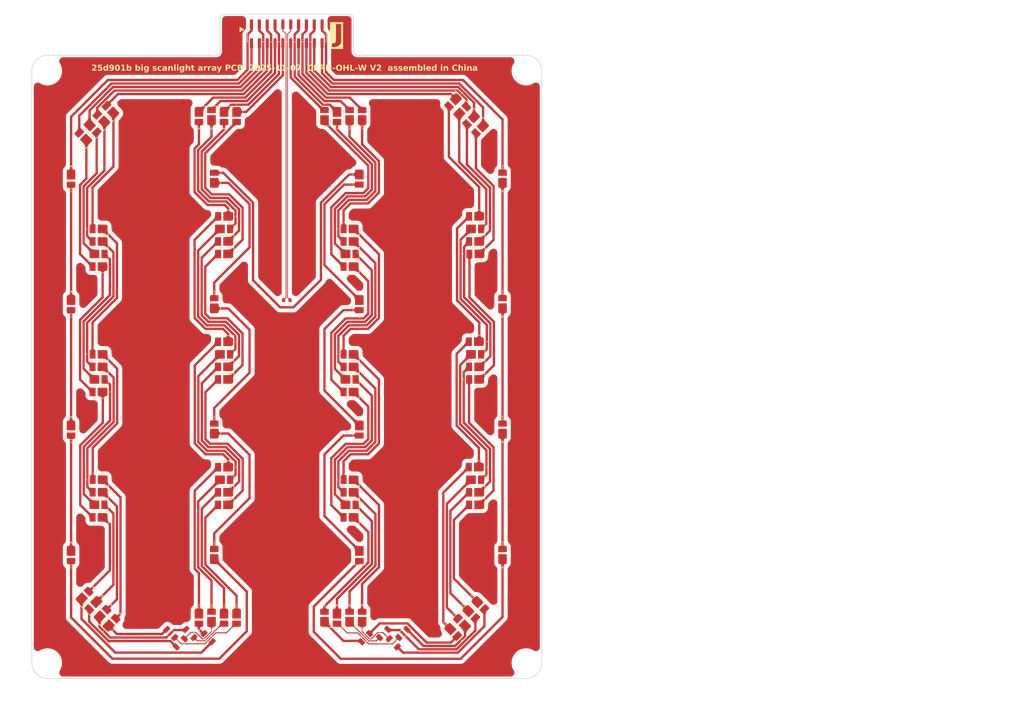
<source format=kicad_pcb>
(kicad_pcb (version 20241229) (generator "pcbnew") (generator_version "9.0")
  (title_block (title "big scanlight array pcb") (date "2025-11-04") (rev "2") (company "jackw01") (comment 1 "PN: 25d901b"))
  (layers (0 "F.Cu" signal) (2 "B.Cu" signal) (13 "F.Paste" user) (15 "B.Paste" user) (5 "F.SilkS" user "F.Silkscreen") (7 "B.SilkS" user "B.Silkscreen") (1 "F.Mask" user) (3 "B.Mask" user) (25 "Edge.Cuts" user))
  (net 0 "")
  (net 1 "/B1+")
  (net 2 "/G1+")
  (net 3 "/B1-")
  (net 4 "/R1+")
  (net 5 "/R1-")
  (net 6 "/G1-")
  (net 7 "/R2+")
  (net 8 "/R2-")
  (net 9 "/G2+")
  (net 10 "/G2-")
  (net 11 "/B2+")
  (net 12 "/B2-")
  (net 13 "GND")
  (net 14 "/TH")
  (net 15 "Net-(D101-K)")
  (net 16 "Net-(D102-K)")
  (net 17 "Net-(D103-K)")
  (net 18 "Net-(D104-K)")
  (net 19 "Net-(D105-K)")
  (net 20 "Net-(D106-K)")
  (net 21 "Net-(D107-K)")
  (net 22 "/IR+")
  (net 23 "Net-(D108-K)")
  (net 24 "Net-(D109-K)")
  (net 25 "Net-(D111-K)")
  (net 26 "Net-(D112-K)")
  (net 27 "Net-(D113-K)")
  (net 28 "Net-(D114-K)")
  (net 29 "Net-(D115-K)")
  (net 30 "Net-(D116-K)")
  (net 31 "Net-(D117-K)")
  (net 32 "Net-(D118-K)")
  (net 33 "Net-(D119-K)")
  (net 34 "/IR-")
  (net 35 "Net-(D121-K)")
  (net 36 "Net-(D122-K)")
  (net 37 "Net-(D123-K)")
  (net 38 "Net-(D124-K)")
  (net 39 "Net-(D125-K)")
  (net 40 "Net-(D126-K)")
  (net 41 "Net-(D127-K)")
  (net 42 "Net-(D128-K)")
  (net 43 "Net-(D129-K)")
  (net 44 "Net-(D131-K)")
  (net 45 "Net-(D132-K)")
  (net 46 "Net-(D133-K)")
  (net 47 "Net-(D134-K)")
  (net 48 "Net-(D135-K)")
  (net 49 "Net-(D136-K)")
  (net 50 "Net-(D137-K)")
  (net 51 "Net-(D138-K)")
  (net 52 "Net-(D139-K)")
  (net 53 "Net-(D141-K)")
  (net 54 "Net-(D142-K)")
  (net 55 "Net-(D143-K)")
  (net 56 "Net-(D144-K)")
  (net 57 "Net-(D145-K)")
  (net 58 "Net-(D146-A)")
  (net 59 "Net-(D146-K)")
  (net 60 "Net-(D147-K)")
  (net 61 "Net-(D148-K)")
  (net 62 "Net-(D149-K)")
  (net 63 "Net-(D153-K)")
  (net 64 "Net-(D154-K)")
  (net 65 "Net-(D155-K)")
  (net 66 "Net-(D156-K)")
  (net 67 "Net-(D157-K)")
  (net 68 "Net-(D158-K)")
  (net 69 "Net-(D159-K)")
  (net 70 "Net-(D161-K)")
  (net 71 "Net-(D162-K)")
  (net 72 "Net-(D163-K)")
  (net 73 "Net-(D164-K)")
  (net 74 "Net-(D165-K)")
  (net 75 "Net-(D166-K)")
  (net 76 "Net-(D167-K)")
  (net 77 "Net-(D169-K)")
  (net 78 "Net-(D170-K)")
  (net 79 "Net-(D106-A)")
  (net 80 "Net-(D116-A)")
  (net 81 "Net-(D126-A)")
  (net 82 "Net-(D136-A)")
  (net 83 "Net-(D151-K)")
  (net 84 "Net-(D152-K)")
  (net 85 "Net-(D156-A)")
  (net 86 "Net-(D171-K)")
  (net 87 "Net-(D173-K)")
  (net 88 "Net-(D174-K)")
  (net 89 "Net-(D175-K)")
  (net 90 "/W1+")
  (net 91 "Net-(D177-K)")
  (net 92 "Net-(D178-K)")
  (net 93 "Net-(D179-K)")
  (net 94 "Net-(D180-K)")
  (net 95 "Net-(D181-K)")
  (net 96 "Net-(D182-K)")
  (net 97 "Net-(D182-A)")
  (net 98 "Net-(D183-K)")
  (net 99 "Net-(D184-K)")
  (net 100 "Net-(D185-K)")
  (net 101 "/W1-")
  (net 102 "Net-(D187-K)")
  (net 103 "/W2+")
  (net 104 "Net-(D188-K)")
  (net 105 "Net-(D189-K)")
  (net 106 "Net-(D190-K)")
  (net 107 "Net-(D191-K)")
  (net 108 "Net-(D192-K)")
  (net 109 "Net-(D192-A)")
  (net 110 "Net-(D193-K)")
  (net 111 "Net-(D194-K)")
  (net 112 "Net-(D195-K)")
  (net 113 "/W2-")
  (net 114 "Net-(D168-K)")
  (net 115 "Net-(D172-K)")
  (footprint "Custom:LED_2835_Reversed_Red" (layer "F.Cu") (at 135.7 172.8 -45)
    (property "Reference" "D136" (hide yes))
    (property "Value" "red")
  )
  (footprint "Custom:LED_2835_Reversed_Red" (layer "F.Cu") (at 146 59.5 -90)
    (property "Reference" "D176" (hide yes))
    (property "Value" "IR")
  )
  (footprint "Custom:LED_2835" (layer "F.Cu") (at 68.6 43.5 -90)
    (property "Reference" "D186" (hide yes))
    (property "Value" "white")
  )
  (footprint "Custom:LED_2835_Reversed_Red" (layer "F.Cu") (at 103.8 171.5 90)
    (property "Reference" "D135" (hide yes))
    (property "Value" "red")
  )
  (footprint "Resistor_SMD:R_1206_3216Metric" (layer "F.Cu") (at 115.7 175.5 45)
    (property "Reference" "R105" (hide yes))
    (property "Value" "0")
  )
  (footprint "Custom:LED_2835" (layer "F.Cu") (at 133.4 175.1 -45)
    (property "Reference" "D192" (hide yes))
    (property "Value" "white")
  )
  (footprint "Custom:LED_2835" (layer "F.Cu") (at 43 81.9 180)
    (property "Reference" "D178" (hide yes))
    (property "Value" "white")
  )
  (footprint "Custom:LED_2835" (layer "F.Cu") (at 75 142.7 180)
    (property "Reference" "D127" (hide yes))
    (property "Value" "blue")
  )
  (footprint "Custom:LED_2835" (layer "F.Cu") (at 107 145.899999 180)
    (property "Reference" "D190" (hide yes))
    (property "Value" "white")
  )
  (footprint "Custom:LED_2835" (layer "F.Cu") (at 107 139.5 180)
    (property "Reference" "D144" (hide yes))
    (property "Value" "green")
  )
  (footprint "Custom:LED_2835" (layer "F.Cu") (at 110.2 171.5 90)
    (property "Reference" "D155" (hide yes))
    (property "Value" "blue")
  )
  (footprint "Custom:LED_2835_Reversed_Red" (layer "F.Cu") (at 72.5 59.5 -90)
    (property "Reference" "D168" (hide yes))
    (property "Value" "IR")
  )
  (footprint "Custom:LED_2835_Reversed_Red" (layer "F.Cu") (at 103.8 43.5 90)
    (property "Reference" "D131" (hide yes))
    (property "Value" "red")
  )
  (footprint "Custom:LED_2835_Reversed_Red" (layer "F.Cu") (at 71.8 171.5 -90)
    (property "Reference" "D106" (hide yes))
    (property "Value" "red")
  )
  (footprint "Custom:LED_2835" (layer "F.Cu") (at 43 145.9 180)
    (property "Reference" "D180" (hide yes))
    (property "Value" "white")
  )
  (footprint "Custom:LED_2835" (layer "F.Cu") (at 78.2 43.5 -90)
    (property "Reference" "D130" (hide yes))
    (property "Value" "blue")
  )
  (footprint "Custom:LED_2835_Reversed_Red" (layer "F.Cu") (at 71.8 43.5 -90)
    (property "Reference" "D110" (hide yes))
    (property "Value" "red")
  )
  (footprint "Custom:LED_2835_Reversed_Red" (layer "F.Cu") (at 107 110.7 180)
    (property "Reference" "D133" (hide yes))
    (property "Value" "red")
  )
  (footprint "Custom:LED_2835_Reversed_Red" (layer "F.Cu") (at 36 91.5 90)
    (property "Reference" "D162" (hide yes))
    (property "Value" "IR")
  )
  (footprint "Resistor_SMD:R_1206_3216Metric" (layer "F.Cu") (at 118.149999 177.9 -45)
    (property "Reference" "R106" (hide yes))
    (property "Value" "0")
  )
  (footprint "Custom:LED_2835_Reversed_Red" (layer "F.Cu") (at 75 136.3 180)
    (property "Reference" "D107" (hide yes))
    (property "Value" "red")
  )
  (footprint "Custom:LED_2835_Reversed_Red" (layer "F.Cu") (at 41.457538 46.557538 135)
    (property "Reference" "D101" (hide yes))
    (property "Value" "red")
  )
  (footprint "Custom:LED_2835" (layer "F.Cu") (at 140.3 168.2 -45)
    (property "Reference" "D156" (hide yes))
    (property "Value" "blue")
  )
  (footprint "Custom:LED_2835" (layer "F.Cu") (at 139 139.5 180)
    (property "Reference" "D147" (hide yes))
    (property "Value" "green")
  )
  (footprint "Custom:MountingHole_3.2mm_M3_Mask" (layer "F.Cu") (at 152 32)
    (property "Reference" "H102" (hide yes))
    (property "Value" "M3 clearance hole, close fit")
  )
  (footprint "Custom:MountingHole_3.2mm_M3_Mask" (layer "F.Cu") (at 30 183)
    (property "Reference" "H103" (hide yes))
    (property "Value" "M3 clearance hole, close fit")
  )
  (footprint "Custom:LED_2835_Reversed_Red" (layer "F.Cu") (at 41.7 168.2 45)
    (property "Reference" "D105" (hide yes))
    (property "Value" "red")
  )
  (footprint "Custom:LED_2835" (layer "F.Cu") (at 43 72.3 180)
    (property "Reference" "D122" (hide yes))
    (property "Value" "blue")
  )
  (footprint "Custom:LED_2835" (layer "F.Cu") (at 75 75.5 180)
    (property "Reference" "D119" (hide yes))
    (property "Value" "green")
  )
  (footprint "Custom:LED_2835_Reversed_Red" (layer "F.Cu") (at 42.975 142.675 180)
    (property "Reference" "D104" (hide yes))
    (property "Value" "red")
  )
  (footprint "Custom:LED_2835" (layer "F.Cu") (at 43.757538 44.257538 135)
    (property "Reference" "D111" (hide yes))
    (property "Value" "green")
  )
  (footprint "Custom:LED_2835_Reversed_Red" (layer "F.Cu") (at 43 110.700001 180)
    (property "Reference" "D103" (hide yes))
    (property "Value" "red")
  )
  (footprint "Custom:LED_2835_Reversed_Red" (layer "F.Cu") (at 72.5 123.5 -90)
    (property "Reference" "D166" (hide yes))
    (property "Value" "IR")
  )
  (footprint "Custom:LED_2835" (layer "F.Cu") (at 139.05 78.7 180)
    (property "Reference" "D159" (hide yes))
    (property "Value" "blue")
  )
  (footprint "Custom:LED_2835_Reversed_Red" (layer "F.Cu") (at 109.5 155.5 90)
    (property "Reference" "D172" (hide yes))
    (property "Value" "IR")
  )
  (footprint "Custom:LED_2835" (layer "F.Cu") (at 133.4 39.9 -135)
    (property "Reference" "D196" (hide yes))
    (property "Value" "white")
  )
  (footprint "Custom:LED_2835" (layer "F.Cu") (at 75 171.5 -90)
    (property "Reference" "D116" (hide yes))
    (property "Value" "green")
  )
  (footprint "Custom:MountingHole_3.2mm_M3_Mask" (layer "F.Cu") (at 30 32)
    (property "Reference" "H101" (hide yes))
    (property "Value" "M3 clearance hole, close fit")
  )
  (footprint "Custom:LED_2835" (layer "F.Cu") (at 75 139.5 180)
    (property "Reference" "D117" (hide yes))
    (property "Value" "green")
  )
  (footprint "Custom:LED_2835" (layer "F.Cu") (at 39.4 165.9 45)
    (property "Reference" "D181" (hide yes))
    (property "Value" "white")
  )
  (footprint "Custom:LED_2835" (layer "F.Cu") (at 139 69.1 180)
    (property "Reference" "D195" (hide yes))
    (property "Value" "white")
  )
  (footprint "Custom:LED_2835" (layer "F.Cu") (at 43 75.5 180)
    (property "Reference" "D112" (hide yes))
    (property "Value" "green")
  )
  (footprint "Custom:LED_2835_Reversed_Red" (layer "F.Cu") (at 43 78.7 180)
    (property "Reference" "D102" (hide yes))
    (property "Value" "red")
  )
  (footprint "Custom:LED_2835_Reversed_Red" (layer "F.Cu") (at 146 155.5 -90)
    (property "Reference" "D173" (hide yes))
    (property "Value" "IR")
  )
  (footprint "Custom:LED_2835_Reversed_Red" (layer "F.Cu") (at 135.7 42.2 -135)
    (property "Reference" "D140" (hide yes))
    (property "Value" "red")
  )
  (footprint "Custom:LED_2835_Reversed_Red" (layer "F.Cu") (at 107 142.7 180)
    (property "Reference" "D134" (hide yes))
    (property "Value" "red")
  )
  (footprint "Custom:LED_2835" (layer "F.Cu") (at 39.157538 48.857538 135)
    (property "Reference" "D177" (hide yes))
    (property "Value" "white")
  )
  (footprint "Custom:LED_2835_Reversed_Red" (layer "F.Cu") (at 139 136.3 180)
    (property "Reference" "D137" (hide yes))
    (property "Value" "red")
  )
  (footprint "Custom:LED_2835_Reversed_Red" (layer "F.Cu") (at 107 78.7 180)
    (property "Reference" "D132" (hide yes))
    (property "Value" "red")
  )
  (footprint "Custom:LED_2835_Reversed_Red" (layer "F.Cu") (at 146 91.5 -90)
    (property "Reference" "D175" (hide yes))
    (property "Value" "IR")
  )
  (footprint "Custom:LED_2835" (layer "F.Cu") (at 107 136.3 180)
    (property "Reference" "D154" (hide yes))
    (property "Value" "blue")
  )
  (footprint "Custom:LED_2835" (layer "F.Cu") (at 107 113.899999 180)
    (property "Reference" "D189" (hide yes))
    (property "Value" "white")
  )
  (footprint "Custom:LED_2835" (layer "F.Cu") (at 46.3 172.8 45)
    (property "Reference" "D125" (hide yes))
    (property "Value" "blue")
  )
  (footprint "Custom:LED_2835" (layer "F.Cu") (at 46.057538 41.957538 135)
    (property "Reference" "D121" (hide yes))
    (property "Value" "blue")
  )
  (footprint "Custom:LED_2835_Reversed_Red" (layer "F.Cu") (at 75 72.3 180)
    (property "Reference" "D109" (hide yes))
    (property "Value" "red")
  )
  (footprint "Custom:LED_2835" (layer "F.Cu") (at 107 104.3 180)
    (property "Reference" "D153" (hide yes))
    (property "Value" "blue")
  )
  (footprint "Custom:LED_2835" (layer "F.Cu") (at 75 110.7 180)
    (property "Reference" "D128" (hide yes))
    (property "Value" "blue")
  )
  (footprint "Custom:LED_2835" (layer "F.Cu") (at 75 107.5 180)
    (property "Reference" "D118" (hide yes))
    (property "Value" "green")
  )
  (footprint "Custom:LED_2835_Reversed_Red" (layer "F.Cu") (at 109.5 91.5 90)
    (property "Reference" "D170" (hide yes))
    (property "Value" "IR")
  )
  (footprint "Custom:LED_2835_Reversed_Red" (layer "F.Cu") (at 139 72.3 180)
    (property "Reference" "D139" (hide yes))
    (property "Value" "red")
  )
  (footprint "Custom:LED_2835" (layer "F.Cu") (at 43 113.9 180)
    (property "Reference" "D179" (hide yes))
    (property "Value" "white")
  )
  (footprint "Custom:LED_2835" (layer "F.Cu") (at 107 72.3 180)
    (property "Reference" "D152" (hide yes))
    (property "Value" "blue")
  )
  (footprint "Custom:LED_2835" (layer "F.Cu") (at 107 107.5 180)
    (property "Reference" "D143" (hide yes))
    (property "Value" "green")
  )
  (footprint "Custom:LED_2835" (layer "F.Cu") (at 75 78.7 180)
    (property "Reference" "D129" (hide yes))
    (property "Value" "blue")
  )
  (footprint "Custom:LED_2835" (layer "F.Cu") (at 139 142.7 180)
    (property "Reference" "D157" (hide yes))
    (property "Value" "blue")
  )
  (footprint "Custom:LED_2835" (layer "F.Cu") (at 100.6 43.5 90)
    (property "Reference" "D187" (hide yes))
    (property "Value" "white")
  )
  (footprint "Custom:LED_2835" (layer "F.Cu") (at 68.6 171.5 -90)
    (property "Reference" "D182" (hide yes))
    (property "Value" "white")
  )
  (footprint "Custom:PinSocket_2x10_P2.00mm_Vertical_SMD" (layer "F.Cu") (at 91 22.5 90)
    (property "Reference" "J102" (hide yes))
    (property "Value" "FH-00147")
  )
  (footprint "Custom:LED_2835" (layer "F.Cu") (at 138.925 133.075 180)
    (property "Reference" "D193" (hide yes))
    (property "Value" "white")
  )
  (footprint "Custom:LED_2835_Reversed_Red" (layer "F.Cu") (at 109.5 123.5 90)
    (property "Reference" "D171" (hide yes))
    (property "Value" "IR")
  )
  (footprint "Custom:LED_2835" (layer "F.Cu") (at 100.6 171.5 90)
    (property "Reference" "D191" (hide yes))
    (property "Value" "white")
  )
  (footprint "Custom:LED_2835" (layer "F.Cu") (at 138.925 101.075 180)
    (property "Reference" "D194" (hide yes))
    (property "Value" "white")
  )
  (footprint "Custom:LED_2835_Reversed_Red" (layer "F.Cu") (at 72.5 91.525 -90)
    (property "Reference" "D167" (hide yes))
    (property "Value" "IR")
  )
  (footprint "Custom:LED_2835_Reversed_Red" (layer "F.Cu") (at 146 123.5 -90)
    (property "Reference" "D174" (hide yes))
    (property "Value" "IR")
  )
  (footprint "Custom:LED_2835_Reversed_Red" (layer "F.Cu") (at 72.5 155.5 -90)
    (property "Reference" "D165" (hide yes))
    (property "Value" "IR")
  )
  (footprint "Custom:LED_2835_Reversed_Red" (layer "F.Cu") (at 139 104.3 180)
    (property "Reference" "D138" (hide yes))
    (property "Value" "red")
  )
  (footprint "Custom:LED_2835" (layer "F.Cu") (at 107 171.5 90)
    (property "Reference" "D145" (hide yes))
    (property "Value" "green")
  )
  (footprint "Resistor_SMD:R_1206_3216Metric" (layer "F.Cu") (at 111.05 176.6 45)
    (property "Reference" "R108" (hide yes))
    (property "Value" "0")
  )
  (footprint "Custom:LED_2835" (layer "F.Cu") (at 43.025 139.475 180)
    (property "Reference" "D114" (hide yes))
    (property "Value" "green")
  )
  (footprint "Custom:LED_2835" (layer "F.Cu") (at 43.025 136.275 180)
    (property "Reference" "D124" (hide yes))
    (property "Value" "blue")
  )
  (footprint "Custom:LED_2835" (layer "F.Cu") (at 43.000001 104.3 180)
    (property "Reference" "D123" (hide yes))
    (property "Value" "blue")
  )
  (footprint "Custom:LED_2835" (layer "F.Cu") (at 110.2 43.5 90)
    (property "Reference" "D151" (hide yes))
    (property "Value" "blue")
  )
  (footprint "Custom:LED_2835" (layer "F.Cu") (at 107 75.5 180)
    (property "Reference" "D142" (hide yes))
    (property "Value" "green")
  )
  (footprint "Custom:LED_2835" (layer "F.Cu") (at 139 75.5 180)
    (property "Reference" "D149" (hide yes))
    (property "Value" "green")
  )
  (footprint "Custom:LED_2835" (layer "F.Cu") (at 43 107.5 180)
    (property "Reference" "D113" (hide yes))
    (property "Value" "green")
  )
  (footprint "Custom:LED_2835" (layer "F.Cu") (at 75 101.100001 180)
    (property "Reference" "D184" (hide yes))
    (property "Value" "white")
  )
  (footprint "Custom:LED_2835_Reversed_Red" (layer "F.Cu") (at 36 123.5 90)
    (property "Reference" "D163" (hide yes))
    (property "Value" "IR")
  )
  (footprint "Custom:LED_2835" (layer "F.Cu") (at 75.025 69.1 180)
    (property "Reference" "D185" (hide yes))
    (property "Value" "white")
  )
  (footprint "Custom:LED_2835" (layer "F.Cu") (at 78.2 171.5 -90)
    (property "Reference" "D126" (hide yes))
    (property "Value" "blue")
  )
  (footprint "Resistor_SMD:R_0603_1608Metric" (layer "F.Cu") (at 91 90.5)
    (property "Reference" "TH101" (hide yes))
    (property "Value" "10k@25C beta=3380")
  )
  (footprint "Resistor_SMD:R_1206_3216Metric" (layer "F.Cu") (at 63.85 177.9 45)
    (property "Reference" "R101" (hide yes))
    (property "Value" "0")
  )
  (footprint "Custom:LED_2835_Reversed_Red" (layer "F.Cu") (at 75 104.3 180)
    (property "Reference" "D108" (hide yes))
    (property "Value" "red")
  )
  (footprint "Resistor_SMD:R_1206_3216Metric" (layer "F.Cu") (at 61.4 175.5 -45)
    (property "Reference" "R103" (hide yes))
    (property "Value" "0")
  )
  (footprint "Resistor_SMD:R_1206_3216Metric" (layer "F.Cu") (at 66.3 175.5 -45)
    (property "Reference" "R102" (hide yes))
    (property "Value" "0")
  )
  (footprint "Custom:LED_2835" (layer "F.Cu") (at 75 133.100001 180)
    (property "Reference" "D183" (hide yes))
    (property "Value" "white")
  )
  (footprint "Custom:LED_2835" (layer "F.Cu") (at 139 107.5 180)
    (property "Reference" "D148" (hide yes))
    (property "Value" "green")
  )
  (footprint "Custom:LED_2835_Reversed_Red" (layer "F.Cu") (at 36 155.5 90)
    (property "Reference" "D164" (hide yes))
    (property "Value" "IR")
  )
  (footprint "Custom:LED_2835" (layer "F.Cu") (at 138 44.5 -135)
    (property "Reference" "D150" (hide yes))
    (property "Value" "green")
  )
  (footprint "Custom:LED_2835" (layer "F.Cu") (at 107 43.5 90)
    (property "Reference" "D141" (hide yes))
    (property "Value" "green")
  )
  (footprint "Resistor_SMD:R_1206_3216Metric" (layer "F.Cu") (at 120.600001 175.500001 45)
    (property "Reference" "R104" (hide yes))
    (property "Value" "0")
  )
  (footprint "Custom:MountingHole_3.2mm_M3_Mask" (layer "F.Cu") (at 152 183)
    (property "Reference" "H104" (hide yes))
    (property "Value" "M3 clearance hole, close fit")
  )
  (footprint "Custom:LED_2835" (layer "F.Cu") (at 140.3 46.8 -135)
    (property "Reference" "D160" (hide yes))
    (property "Value" "blue")
  )
  (footprint "Custom:LED_2835_Reversed_Red" (layer "F.Cu") (at 36 59.5 90)
    (property "Reference" "D161" (hide yes))
    (property "Value" "IR")
  )
  (footprint "Resistor_SMD:R_1206_3216Metric" (layer "F.Cu") (at 70.95 176.6 135)
    (property "Reference" "R107" (hide yes))
    (property "Value" "0")
  )
  (footprint "Custom:LED_2835" (layer "F.Cu") (at 75 43.5 -90)
    (property "Reference" "D120" (hide yes))
    (property "Value" "green")
  )
  (footprint "Custom:LED_2835_Reversed_Red" (layer "F.Cu") (at 109.5 59.475 90)
    (property "Reference" "D169" (hide yes))
    (property "Value" "IR")
  )
  (footprint "Custom:LED_2835" (layer "F.Cu") (at 44 170.5 45)
    (property "Reference" "D115" (hide yes))
    (property "Value" "green")
  )
  (footprint "Custom:LED_2835" (layer "F.Cu") (at 138 170.5 -45)
    (property "Reference" "D146" (hide yes))
    (property "Value" "green")
  )
  (footprint "Custom:LED_2835" (layer "F.Cu") (at 107 81.899999 180)
    (property "Reference" "D188" (hide yes))
    (property "Value" "white")
  )
  (footprint "Custom:LED_2835" (layer "F.Cu") (at 139 110.7 180)
    (property "Reference" "D158" (hide yes))
    (property "Value" "blue")
  )
  (gr_poly (pts (xy 79 20.824841) (xy 79 22.024841) (xy 80.1 21.424841)) (stroke (width 0.1)) (fill yes) (layer "F.SilkS"))
  (gr_arc (start 109 28) (mid 108.292893 27.707107) (end 108 27) (stroke (width 0.15)) (layer "Edge.Cuts"))
  (gr_arc (start 74 18.5) (mid 74.292893 17.792893) (end 75 17.5) (stroke (width 0.15)) (layer "Edge.Cuts"))
  (gr_line (start 152 187) (end 30 187) (stroke (width 0.15)) (layer "Edge.Cuts"))
  (gr_line (start 109 28) (end 152 28) (stroke (width 0.15)) (layer "Edge.Cuts"))
  (gr_line (start 74 27) (end 74 18.5) (stroke (width 0.15)) (layer "Edge.Cuts"))
  (gr_arc (start 107 17.5) (mid 107.707107 17.792893) (end 108 18.5) (stroke (width 0.15)) (layer "Edge.Cuts"))
  (gr_arc (start 156 183) (mid 154.828427 185.828427) (end 152 187) (stroke (width 0.15)) (layer "Edge.Cuts"))
  (gr_line (start 156 32) (end 156 183) (stroke (width 0.15)) (layer "Edge.Cuts"))
  (gr_arc (start 30 187) (mid 27.171573 185.828427) (end 26 183) (stroke (width 0.15)) (layer "Edge.Cuts"))
  (gr_arc (start 152 28) (mid 154.828427 29.171573) (end 156 32) (stroke (width 0.15)) (layer "Edge.Cuts"))
  (gr_arc (start 74 27) (mid 73.707107 27.707107) (end 73 28) (stroke (width 0.15)) (layer "Edge.Cuts"))
  (gr_line (start 73 28) (end 30 28) (stroke (width 0.15)) (layer "Edge.Cuts"))
  (gr_line (start 75 17.5) (end 107 17.5) (stroke (width 0.15)) (layer "Edge.Cuts"))
  (gr_arc (start 26 32) (mid 27.171573 29.171573) (end 30 28) (stroke (width 0.15)) (layer "Edge.Cuts"))
  (gr_line (start 108 18.5) (end 108 27) (stroke (width 0.15)) (layer "Edge.Cuts"))
  (gr_line (start 26 183) (end 26 32) (stroke (width 0.15)) (layer "Edge.Cuts"))
  (gr_text "25d901b big scanlight array PCB  2025-11-07  CERN-OHL-W V2  assembled in China" (at 41.2 32.2 0) (layer "F.SilkS") (effects (font (size 1.5 1.5) (thickness 0.35) (bold yes)) (justify left bottom)))
  (gr_text "J" (at 104.2 25.4 0) (layer "F.SilkS" knockout) (effects (font (size 4.5 5) (thickness 0.4) (bold yes) (italic yes)) (justify bottom)))
  (segment (start 44.9792 40.8792) (end 47.9584 37.9) (width 0.6) (layer "F.Cu") (net 1))
  (segment (start 47.9584 37.9) (end 80 37.9) (width 0.6) (layer "F.Cu") (net 1))
  (segment (start 80 37.9) (end 86 31.9) (width 0.6) (layer "F.Cu") (net 1))
  (segment (start 86 31.9) (end 86 24.9) (width 0.6) (layer "F.Cu") (net 1))
  (segment (start 79.6 37) (end 85 31.6) (width 0.6) (layer "F.Cu") (net 2))
  (segment (start 42.6792 43.1792) (end 42.6792 41.374662) (width 0.6) (layer "F.Cu") (net 2))
  (segment (start 84 21.7) (end 84 20.1) (width 0.6) (layer "F.Cu") (net 2))
  (segment (start 47.053862 37) (end 79.6 37) (width 0.6) (layer "F.Cu") (net 2))
  (segment (start 42.6792 41.374662) (end 47.053862 37) (width 0.6) (layer "F.Cu") (net 2))
  (segment (start 85 31.6) (end 85 22.7) (width 0.6) (layer "F.Cu") (net 2))
  (segment (start 85 22.7) (end 84 21.7) (width 0.6) (layer "F.Cu") (net 2))
  (segment (start 90 33.1) (end 80.65 42.45) (width 0.6) (layer "F.Cu") (net 3))
  (segment (start 90 24.9) (end 90 33.1) (width 0.6) (layer "F.Cu") (net 3))
  (segment (start 80.65 42.45) (end 78.2 42.45) (width 0.6) (layer "F.Cu") (net 3))
  (segment (start 40.715076 42.084924) (end 46.7 36.1) (width 0.6) (layer "F.Cu") (net 4))
  (segment (start 79.2 36.1) (end 84 31.3) (width 0.6) (layer "F.Cu") (net 4))
  (segment (start 46.7 36.1) (end 79.2 36.1) (width 0.6) (layer "F.Cu") (net 4))
  (segment (start 40.715076 45.815076) (end 40.715076 42.084924) (width 0.6) (layer "F.Cu") (net 4))
  (segment (start 84 31.3) (end 84 24.9) (width 0.6) (layer "F.Cu") (net 4))
  (segment (start 88 32.5) (end 80.801 39.699) (width 0.6) (layer "F.Cu") (net 5))
  (segment (start 88 24.9) (end 88 32.5) (width 0.6) (layer "F.Cu") (net 5))
  (segment (start 80.801 39.699) (end 74.076 39.699) (width 0.6) (layer "F.Cu") (net 5))
  (segment (start 74.076 39.699) (end 71.8 41.975) (width 0.6) (layer "F.Cu") (net 5))
  (segment (start 89 22.7) (end 88 21.7) (width 0.6) (layer "F.Cu") (net 6))
  (segment (start 81.2 40.6) (end 89 32.8) (width 0.6) (layer "F.Cu") (net 6))
  (segment (start 88 21.7) (end 88 20.1) (width 0.6) (layer "F.Cu") (net 6))
  (segment (start 75 42.45) (end 76.85 40.6) (width 0.6) (layer "F.Cu") (net 6))
  (segment (start 89 32.8) (end 89 22.7) (width 0.6) (layer "F.Cu") (net 6))
  (segment (start 76.85 40.6) (end 81.2 40.6) (width 0.6) (layer "F.Cu") (net 6))
  (segment (start 100.2 40.6) (end 101.95 40.6) (width 0.6) (layer "F.Cu") (net 7))
  (segment (start 93 22.7) (end 93 33.4) (width 0.6) (layer "F.Cu") (net 7))
  (segment (start 93 33.4) (end 100.2 40.6) (width 0.6) (layer "F.Cu") (net 7))
  (segment (start 101.95 40.6) (end 103.8 42.45) (width 0.6) (layer "F.Cu") (net 7))
  (segment (start 94 20.1) (end 94 21.7) (width 0.6) (layer "F.Cu") (net 7))
  (segment (start 94 21.7) (end 93 22.7) (width 0.6) (layer "F.Cu") (net 7))
  (segment (start 134.461214 37) (end 136.778338 39.317124) (width 0.6) (layer "F.Cu") (net 8))
  (segment (start 97 32.2) (end 101.8 37) (width 0.6) (layer "F.Cu") (net 8))
  (segment (start 98 20.1) (end 98 21.7) (width 0.6) (layer "F.Cu") (net 8))
  (segment (start 136.778338 39.317124) (end 136.778338 41.121662) (width 0.6) (layer "F.Cu") (net 8))
  (segment (start 97 22.7) (end 97 32.2) (width 0.6) (layer "F.Cu") (net 8))
  (segment (start 101.8 37) (end 134.461214 37) (width 0.6) (layer "F.Cu") (net 8))
  (segment (start 98 21.7) (end 97 22.7) (width 0.6) (layer "F.Cu") (net 8))
  (segment (start 104.725 39.7) (end 100.6 39.7) (width 0.6) (layer "F.Cu") (net 9))
  (segment (start 100.6 39.7) (end 94 33.1) (width 0.6) (layer "F.Cu") (net 9))
  (segment (start 107 41.975) (end 104.725 39.7) (width 0.6) (layer "F.Cu") (net 9))
  (segment (start 94 33.1) (end 94 24.9) (width 0.6) (layer "F.Cu") (net 9))
  (segment (start 138.742462 43.757538) (end 138.742462 40.148462) (width 0.6) (layer "F.Cu") (net 10))
  (segment (start 138.742462 40.148462) (end 134.694 36.1) (width 0.6) (layer "F.Cu") (net 10))
  (segment (start 98 31.9) (end 98 24.9) (width 0.6) (layer "F.Cu") (net 10))
  (segment (start 134.694 36.1) (end 102.2 36.1) (width 0.6) (layer "F.Cu") (net 10))
  (segment (start 102.2 36.1) (end 98 31.9) (width 0.6) (layer "F.Cu") (net 10))
  (segment (start 95 22.7) (end 96 21.7) (width 0.6) (layer "F.Cu") (net 11))
  (segment (start 101 38.8) (end 95 32.8) (width 0.6) (layer "F.Cu") (net 11))
  (segment (start 95 32.8) (end 95 22.7) (width 0.6) (layer "F.Cu") (net 11))
  (segment (start 107.025 38.8) (end 101 38.8) (width 0.6) (layer "F.Cu") (net 11))
  (segment (start 110.2 41.975) (end 107.025 38.8) (width 0.6) (layer "F.Cu") (net 11))
  (segment (start 96 21.7) (end 96 20.1) (width 0.6) (layer "F.Cu") (net 11))
  (segment (start 100 32.6) (end 100 24.9) (width 0.6) (layer "F.Cu") (net 12))
  (segment (start 141.042462 46.057538) (end 141.042462 41.315676) (width 0.6) (layer "F.Cu") (net 12))
  (segment (start 134.926786 35.2) (end 102.6 35.2) (width 0.6) (layer "F.Cu") (net 12))
  (segment (start 141.042462 41.315676) (end 134.926786 35.2) (width 0.6) (layer "F.Cu") (net 12))
  (segment (start 102.6 35.2) (end 100 32.6) (width 0.6) (layer "F.Cu") (net 12))
  (segment (start 92 21.8) (end 92 20.1) (width 0.2) (layer "F.Cu") (net 13))
  (segment (start 91.201 89.876) (end 91.201 22.599) (width 0.2) (layer "F.Cu") (net 13))
  (segment (start 91.201 22.599) (end 92 21.8) (width 0.2) (layer "F.Cu") (net 13))
  (segment (start 91.825 90.5) (end 91.201 89.876) (width 0.2) (layer "F.Cu") (net 13))
  (segment (start 90.8 22.6) (end 90 21.8) (width 0.2) (layer "F.Cu") (net 14))
  (segment (start 90.8 89.875) (end 90.8 22.6) (width 0.2) (layer "F.Cu") (net 14))
  (segment (start 90 21.8) (end 90 20.1) (width 0.2) (layer "F.Cu") (net 14))
  (segment (start 90.175 90.5) (end 90.8 89.875) (width 0.2) (layer "F.Cu") (net 14))
  (segment (start 41.95 78.7) (end 39.198001 75.948001) (width 0.6) (layer "F.Cu") (net 15))
  (segment (start 42.535876 58.115712) (end 42.535876 47.635876) (width 0.6) (layer "F.Cu") (net 15))
  (segment (start 39.198001 75.948001) (end 39.198001 61.453587) (width 0.6) (layer "F.Cu") (net 15))
  (segment (start 39.198001 61.453587) (end 42.535876 58.115712) (width 0.6) (layer "F.Cu") (net 15))
  (segment (start 39.198002 107.948003) (end 39.198002 95.876204) (width 0.6) (layer "F.Cu") (net 16))
  (segment (start 39.198002 95.876204) (end 45.901 89.173206) (width 0.6) (layer "F.Cu") (net 16))
  (segment (start 45.901 80.076) (end 44.525 78.7) (width 0.6) (layer "F.Cu") (net 16))
  (segment (start 41.95 110.700001) (end 39.198002 107.948003) (width 0.6) (layer "F.Cu") (net 16))
  (segment (start 45.901 89.173206) (end 45.901 80.076) (width 0.6) (layer "F.Cu") (net 16))
  (segment (start 42 142.700001) (end 39.248002 139.948003) (width 0.6) (layer "F.Cu") (net 17))
  (segment (start 39.248002 139.948003) (end 39.248002 127.876204) (width 0.6) (layer "F.Cu") (net 17))
  (segment (start 45.951 121.173206) (end 45.951 112.076) (width 0.6) (layer "F.Cu") (net 17))
  (segment (start 45.951 112.076) (end 44.575 110.7) (width 0.6) (layer "F.Cu") (net 17))
  (segment (start 39.248002 127.876204) (end 45.951 121.173206) (width 0.6) (layer "F.Cu") (net 17))
  (segment (start 46.798 163.102) (end 42.442462 167.457538) (width 0.6) (layer "F.Cu") (net 18))
  (segment (start 46.798 144.923) (end 46.798 163.102) (width 0.6) (layer "F.Cu") (net 18))
  (segment (start 44.575 142.7) (end 46.798 144.923) (width 0.6) (layer "F.Cu") (net 18))
  (segment (start 45.57316 177.45) (end 61.331712 177.45) (width 0.6) (layer "F.Cu") (net 19))
  (segment (start 40.621662 169.278338) (end 40.621662 172.498502) (width 0.6) (layer "F.Cu") (net 19))
  (segment (start 40.621662 172.498502) (end 45.57316 177.45) (width 0.6) (layer "F.Cu") (net 19))
  (segment (start 61.331712 177.45) (end 62.815856 178.934144) (width 0.6) (layer "F.Cu") (net 19))
  (segment (start 68.425 141.85) (end 68.425 143.300794) (width 0.6) (layer "F.Cu") (net 20))
  (segment (start 71.8 162.049206) (end 68.423001 158.672207) (width 0.6) (layer "F.Cu") (net 20))
  (segment (start 68.425 143.300794) (end 68.423 143.302794) (width 0.6) (layer "F.Cu") (net 20))
  (segment (start 73.975 136.3) (end 68.425 141.85) (width 0.6) (layer "F.Cu") (net 20))
  (segment (start 71.8 169.975) (end 71.8 162.049206) (width 0.6) (layer "F.Cu") (net 20))
  (segment (start 68.423 143.302794) (end 68.423001 158.672207) (width 0.6) (layer "F.Cu") (net 20))
  (segment (start 68.448 111.302794) (end 68.448001 126.672207) (width 0.6) (layer "F.Cu") (net 21))
  (segment (start 68.45 111.300794) (end 68.448 111.302794) (width 0.6) (layer "F.Cu") (net 21))
  (segment (start 77.951 134.924) (end 76.575 136.3) (width 0.6) (layer "F.Cu") (net 21))
  (segment (start 68.448001 126.672207) (end 70.674795 128.899001) (width 0.6) (layer "F.Cu") (net 21))
  (segment (start 75.148663 128.899001) (end 77.951 131.701338) (width 0.6) (layer "F.Cu") (net 21))
  (segment (start 70.674795 128.899001) (end 75.148663 128.899001) (width 0.6) (layer "F.Cu") (net 21))
  (segment (start 77.951 131.701338) (end 77.951 134.924) (width 0.6) (layer "F.Cu") (net 21))
  (segment (start 68.45 109.85) (end 68.45 111.300794) (width 0.6) (layer "F.Cu") (net 21))
  (segment (start 74 104.3) (end 68.45 109.85) (width 0.6) (layer "F.Cu") (net 21))
  (segment (start 78.4 34.3) (end 81 31.7) (width 0.6) (layer "F.Cu") (net 22))
  (segment (start 45.4 34.3) (end 78.4 34.3) (width 0.6) (layer "F.Cu") (net 22))
  (segment (start 82 21.7) (end 82 20.1) (width 0.6) (layer "F.Cu") (net 22))
  (segment (start 81 22.7) (end 82 21.7) (width 0.6) (layer "F.Cu") (net 22))
  (segment (start 81 31.7) (end 81 22.7) (width 0.6) (layer "F.Cu") (net 22))
  (segment (start 36 43.7) (end 45.4 34.3) (width 0.6) (layer "F.Cu") (net 22))
  (segment (start 36 58.45) (end 36 43.7) (width 0.6) (layer "F.Cu") (net 22))
  (segment (start 73.95 72.3) (end 68.4 77.85) (width 0.6) (layer "F.Cu") (net 23))
  (segment (start 77.901 102.924) (end 76.525 104.3) (width 0.6) (layer "F.Cu") (net 23))
  (segment (start 68.398001 94.672207) (end 70.624795 96.899001) (width 0.6) (layer "F.Cu") (net 23))
  (segment (start 75.098663 96.899001) (end 77.901 99.701338) (width 0.6) (layer "F.Cu") (net 23))
  (segment (start 70.624795 96.899001) (end 75.098663 96.899001) (width 0.6) (layer "F.Cu") (net 23))
  (segment (start 68.4 79.300794) (end 68.398 79.302794) (width 0.6) (layer "F.Cu") (net 23))
  (segment (start 68.398 79.302794) (end 68.398001 94.672207) (width 0.6) (layer "F.Cu") (net 23))
  (segment (start 68.4 77.85) (end 68.4 79.300794) (width 0.6) (layer "F.Cu") (net 23))
  (segment (start 77.901 99.701338) (end 77.901 102.924) (width 0.6) (layer "F.Cu") (net 23))
  (segment (start 68.398 62.546412) (end 68.398 52.202) (width 0.6) (layer "F.Cu") (net 24))
  (segment (start 76.525 72.3) (end 77.925998 70.899002) (width 0.6) (layer "F.Cu") (net 24))
  (segment (start 71.8 48.8) (end 71.8 44.55) (width 0.6) (layer "F.Cu") (net 24))
  (segment (start 68.398 52.202) (end 71.8 48.8) (width 0.6) (layer "F.Cu") (net 24))
  (segment (start 77.925998 67.651792) (end 75.573206 65.299) (width 0.6) (layer "F.Cu") (net 24))
  (segment (start 75.573206 65.299) (end 71.150586 65.298998) (width 0.6) (layer "F.Cu") (net 24))
  (segment (start 77.925998 70.899002) (end 77.925998 67.651792) (width 0.6) (layer "F.Cu") (net 24))
  (segment (start 71.150586 65.298998) (end 68.398 62.546412) (width 0.6) (layer "F.Cu") (net 24))
  (segment (start 40.099 61.826794) (end 40.099 74.124) (width 0.6) (layer "F.Cu") (net 25))
  (segment (start 44.5 57.425794) (end 40.099 61.826794) (width 0.6) (layer "F.Cu") (net 25))
  (segment (start 44.5 45) (end 44.5 57.425794) (width 0.6) (layer "F.Cu") (net 25))
  (segment (start 40.099 74.124) (end 41.475 75.5) (width 0.6) (layer "F.Cu") (net 25))
  (segment (start 44.05 75.5) (end 46.8 78.25) (width 0.6) (layer "F.Cu") (net 26))
  (segment (start 46.801999 89.546413) (end 40.099002 96.24941) (width 0.6) (layer "F.Cu") (net 26))
  (segment (start 46.802 79.702794) (end 46.801999 89.546413) (width 0.6) (layer "F.Cu") (net 26))
  (segment (start 40.099001 106.124001) (end 41.475 107.5) (width 0.6) (layer "F.Cu") (net 26))
  (segment (start 46.8 79.700794) (end 46.802 79.702794) (width 0.6) (layer "F.Cu") (net 26))
  (segment (start 40.099002 96.24941) (end 40.099001 106.124001) (width 0.6) (layer "F.Cu") (net 26))
  (segment (start 46.8 78.25) (end 46.8 79.700794) (width 0.6) (layer "F.Cu") (net 26))
  (segment (start 46.85 110.25) (end 46.85 111.700794) (width 0.6) (layer "F.Cu") (net 27))
  (segment (start 46.851999 121.546413) (end 40.149002 128.24941) (width 0.6) (layer "F.Cu") (net 27))
  (segment (start 40.149001 138.124001) (end 41.525 139.5) (width 0.6) (layer "F.Cu") (net 27))
  (segment (start 46.85 111.700794) (end 46.852 111.702794) (width 0.6) (layer "F.Cu") (net 27))
  (segment (start 46.852 111.702794) (end 46.851999 121.546413) (width 0.6) (layer "F.Cu") (net 27))
  (segment (start 40.149002 128.24941) (end 40.149001 138.124001) (width 0.6) (layer "F.Cu") (net 27))
  (segment (start 44.1 107.5) (end 46.85 110.25) (width 0.6) (layer "F.Cu") (net 27))
  (segment (start 47.699 166.801) (end 45.078338 169.421662) (width 0.6) (layer "F.Cu") (net 28))
  (segment (start 44.1 139.5) (end 47.699 143.099) (width 0.6) (layer "F.Cu") (net 28))
  (segment (start 47.699 143.099) (end 47.699 166.801) (width 0.6) (layer "F.Cu") (net 28))
  (segment (start 62.2 174.65) (end 65.081712 174.65) (width 0.6) (layer "F.Cu") (net 29))
  (segment (start 45.947366 176.55) (end 60.3 176.55) (width 0.6) (layer "F.Cu") (net 29))
  (segment (start 43.257538 171.242462) (end 43.257538 173.860172) (width 0.6) (layer "F.Cu") (net 29))
  (segment (start 43.257538 173.860172) (end 45.947366 176.55) (width 0.6) (layer "F.Cu") (net 29))
  (segment (start 65.081712 174.65) (end 65.265856 174.465856) (width 0.6) (layer "F.Cu") (net 29))
  (segment (start 60.3 176.55) (end 62.2 174.65) (width 0.6) (layer "F.Cu") (net 29))
  (segment (start 69.324 143.676) (end 73.5 139.5) (width 0.6) (layer "F.Cu") (net 30))
  (segment (start 75 163.975) (end 75 170.45) (width 0.6) (layer "F.Cu") (net 30))
  (segment (start 69.324 158.299) (end 75 163.975) (width 0.6) (layer "F.Cu") (net 30))
  (segment (start 69.324001 145.601793) (end 69.324 145.601792) (width 0.6) (layer "F.Cu") (net 30))
  (segment (start 69.324 158.299) (end 69.324001 145.601793) (width 0.6) (layer "F.Cu") (net 30))
  (segment (start 69.324 145.601792) (end 69.324 143.676) (width 0.6) (layer "F.Cu") (net 30))
  (segment (start 78.852 131.328132) (end 75.52187 127.998002) (width 0.6) (layer "F.Cu") (net 31))
  (segment (start 71.048 127.998) (end 69.349 126.299) (width 0.6) (layer "F.Cu") (net 31))
  (segment (start 69.349 111.676) (end 73.525 107.5) (width 0.6) (layer "F.Cu") (net 31))
  (segment (start 69.349001 113.601793) (end 69.349 113.601792) (width 0.6) (layer "F.Cu") (net 31))
  (segment (start 75.52187 127.998002) (end 71.048 127.998) (width 0.6) (layer "F.Cu") (net 31))
  (segment (start 76.1 139.5) (end 78.852 136.748) (width 0.6) (layer "F.Cu") (net 31))
  (segment (start 78.852 136.748) (end 78.852 131.328132) (width 0.6) (layer "F.Cu") (net 31))
  (segment (start 69.349 126.299) (end 69.349001 113.601793) (width 0.6) (layer "F.Cu") (net 31))
  (segment (start 69.349 113.601792) (end 69.349 111.676) (width 0.6) (layer "F.Cu") (net 31))
  (segment (start 69.299001 81.601793) (end 69.299 81.601792) (width 0.6) (layer "F.Cu") (net 32))
  (segment (start 69.299 79.676) (end 73.475 75.5) (width 0.6) (layer "F.Cu") (net 32))
  (segment (start 78.802 104.748) (end 78.802 99.328132) (width 0.6) (layer "F.Cu") (net 32))
  (segment (start 76.05 107.5) (end 78.802 104.748) (width 0.6) (layer "F.Cu") (net 32))
  (segment (start 69.299 94.299) (end 69.299001 81.601793) (width 0.6) (layer "F.Cu") (net 32))
  (segment (start 69.299 81.601792) (end 69.299 79.676) (width 0.6) (layer "F.Cu") (net 32))
  (segment (start 70.998 95.998) (end 69.299 94.299) (width 0.6) (layer "F.Cu") (net 32))
  (segment (start 75.47187 95.998002) (end 70.998 95.998) (width 0.6) (layer "F.Cu") (net 32))
  (segment (start 78.802 99.328132) (end 75.47187 95.998002) (width 0.6) (layer "F.Cu") (net 32))
  (segment (start 75 46.9) (end 75 45.025) (width 0.6) (layer "F.Cu") (net 33))
  (segment (start 76.05 75.5) (end 78.826998 72.723002) (width 0.6) (layer "F.Cu") (net 33))
  (segment (start 78.826998 67.278586) (end 75.946412 64.398) (width 0.6) (layer "F.Cu") (net 33))
  (segment (start 78.826998 72.723002) (end 78.826998 67.278586) (width 0.6) (layer "F.Cu") (net 33))
  (segment (start 75.946412 64.398) (end 71.523793 64.397999) (width 0.6) (layer "F.Cu") (net 33))
  (segment (start 71.523793 64.397999) (end 69.299 62.173206) (width 0.6) (layer "F.Cu") (net 33))
  (segment (start 69.299 52.601) (end 75 46.9) (width 0.6) (layer "F.Cu") (net 33))
  (segment (start 69.299 62.173206) (end 69.299 52.601) (width 0.6) (layer "F.Cu") (net 33))
  (segment (start 146 57.975) (end 146 44.4) (width 0.6) (layer "F.Cu") (net 34))
  (segment (start 135.9 34.3) (end 103 34.3) (width 0.6) (layer "F.Cu") (net 34))
  (segment (start 146 44.4) (end 135.9 34.3) (width 0.6) (layer "F.Cu") (net 34))
  (segment (start 103 34.3) (end 101 32.3) (width 0.6) (layer "F.Cu") (net 34))
  (segment (start 100 21.7) (end 100 20.1) (width 0.6) (layer "F.Cu") (net 34))
  (segment (start 101 32.3) (end 101 22.7) (width 0.6) (layer "F.Cu") (net 34))
  (segment (start 101 22.7) (end 100 21.7) (width 0.6) (layer "F.Cu") (net 34))
  (segment (start 41.475 72.3) (end 41.475 61.725) (width 0.6) (layer "F.Cu") (net 35))
  (segment (start 46.8 56.4) (end 46.8 42.7) (width 0.6) (layer "F.Cu") (net 35))
  (segment (start 41.475 61.725) (end 46.8 56.4) (width 0.6) (layer "F.Cu") (net 35))
  (segment (start 41.475001 96.147617) (end 47.702999 89.919619) (width 0.6) (layer "F.Cu") (net 36))
  (segment (start 41.475001 104.3) (end 41.475001 96.147617) (width 0.6) (layer "F.Cu") (net 36))
  (segment (start 47.702999 89.919619) (end 47.703 79.329588) (width 0.6) (layer "F.Cu") (net 36))
  (segment (start 47.703 79.329588) (end 47.701 79.327588) (width 0.6) (layer "F.Cu") (net 36))
  (segment (start 47.701 77.876794) (end 47.7 77.875794) (width 0.6) (layer "F.Cu") (net 36))
  (segment (start 47.7 75.95) (end 44.05 72.3) (width 0.6) (layer "F.Cu") (net 36))
  (segment (start 47.7 77.875794) (end 47.7 75.95) (width 0.6) (layer "F.Cu") (net 36))
  (segment (start 47.701 79.327588) (end 47.701 77.876794) (width 0.6) (layer "F.Cu") (net 36))
  (segment (start 47.75 107.95) (end 44.1 104.3) (width 0.6) (layer "F.Cu") (net 37))
  (segment (start 47.751 109.876794) (end 47.75 109.875794) (width 0.6) (layer "F.Cu") (net 37))
  (segment (start 47.751 111.327588) (end 47.751 109.876794) (width 0.6) (layer "F.Cu") (net 37))
  (segment (start 47.753 111.329588) (end 47.751 111.327588) (width 0.6) (layer "F.Cu") (net 37))
  (segment (start 41.525001 128.147617) (end 47.752999 121.919619) (width 0.6) (layer "F.Cu") (net 37))
  (segment (start 47.75 109.875794) (end 47.75 107.95) (width 0.6) (layer "F.Cu") (net 37))
  (segment (start 47.752999 121.919619) (end 47.753 111.329588) (width 0.6) (layer "F.Cu") (net 37))
  (segment (start 41.525001 136.3) (end 41.525001 128.147617) (width 0.6) (layer "F.Cu") (net 37))
  (segment (start 44.1 136.3) (end 48.6 140.8) (width 0.6) (layer "F.Cu") (net 38))
  (segment (start 48.6 140.8) (end 48.6 170.5) (width 0.6) (layer "F.Cu") (net 38))
  (segment (start 48.6 170.5) (end 47.378338 171.721662) (width 0.6) (layer "F.Cu") (net 38))
  (segment (start 59.181712 175.65) (end 60.365856 174.465856) (width 0.6) (layer "F.Cu") (net 39))
  (segment (start 45.557538 173.542462) (end 47.665076 175.65) (width 0.6) (layer "F.Cu") (net 39))
  (segment (start 47.665076 175.65) (end 59.181712 175.65) (width 0.6) (layer "F.Cu") (net 39))
  (segment (start 73.5 142.7) (end 70.225 145.975) (width 0.6) (layer "F.Cu") (net 40))
  (segment (start 78.2 165.900794) (end 78.2 170.45) (width 0.6) (layer "F.Cu") (net 40))
  (segment (start 70.225 157.925794) (end 78.2 165.900794) (width 0.6) (layer "F.Cu") (net 40))
  (segment (start 70.225 145.975) (end 70.225 157.925794) (width 0.6) (layer "F.Cu") (net 40))
  (segment (start 79.753 130.954926) (end 79.753 139.047) (width 0.6) (layer "F.Cu") (net 41))
  (segment (start 73.525 110.7) (end 70.25 113.975) (width 0.6) (layer "F.Cu") (net 41))
  (segment (start 75.895076 127.097002) (end 79.753 130.954926) (width 0.6) (layer "F.Cu") (net 41))
  (segment (start 70.25 113.975) (end 70.25 125.925794) (width 0.6) (layer "F.Cu") (net 41))
  (segment (start 71.421207 127.097001) (end 75.895076 127.097002) (width 0.6) (layer "F.Cu") (net 41))
  (segment (start 70.25 125.925794) (end 71.421207 127.097001) (width 0.6) (layer "F.Cu") (net 41))
  (segment (start 79.753 139.047) (end 76.1 142.7) (width 0.6) (layer "F.Cu") (net 41))
  (segment (start 79.703 107.047) (end 76.05 110.7) (width 0.6) (layer "F.Cu") (net 42))
  (segment (start 70.2 93.925794) (end 71.371207 95.097001) (width 0.6) (layer "F.Cu") (net 42))
  (segment (start 71.371207 95.097001) (end 75.845076 95.097002) (width 0.6) (layer "F.Cu") (net 42))
  (segment (start 75.845076 95.097002) (end 79.703 98.954926) (width 0.6) (layer "F.Cu") (net 42))
  (segment (start 73.475 78.7) (end 70.2 81.975) (width 0.6) (layer "F.Cu") (net 42))
  (segment (start 79.703 98.954926) (end 79.703 107.047) (width 0.6) (layer "F.Cu") (net 42))
  (segment (start 70.2 81.975) (end 70.2 93.925794) (width 0.6) (layer "F.Cu") (net 42))
  (segment (start 76.319618 63.497) (end 71.897 63.497) (width 0.6) (layer "F.Cu") (net 43))
  (segment (start 71.897 63.497) (end 70.2 61.8) (width 0.6) (layer "F.Cu") (net 43))
  (segment (start 76.05 78.7) (end 79.727998 75.022002) (width 0.6) (layer "F.Cu") (net 43))
  (segment (start 70.2 61.8) (end 70.2 53.025) (width 0.6) (layer "F.Cu") (net 43))
  (segment (start 79.727998 75.022002) (end 79.727998 66.90538) (width 0.6) (layer "F.Cu") (net 43))
  (segment (start 79.727998 66.90538) (end 76.319618 63.497) (width 0.6) (layer "F.Cu") (net 43))
  (segment (start 70.2 53.025) (end 78.2 45.025) (width 0.6) (layer "F.Cu") (net 43))
  (segment (start 103.25 76) (end 103.25 67.2) (width 0.6) (layer "F.Cu") (net 44))
  (segment (start 110.977 63.998) (end 112.676 62.299) (width 0.6) (layer "F.Cu") (net 44))
  (segment (start 112.676 55.776) (end 103.8 46.9) (width 0.6) (layer "F.Cu") (net 44))
  (segment (start 112.676 62.299) (end 112.676 55.776) (width 0.6) (layer "F.Cu") (net 44))
  (segment (start 106.452 63.998) (end 110.977 63.998) (width 0.6) (layer "F.Cu") (net 44))
  (segment (start 105.95 78.7) (end 103.25 76) (width 0.6) (layer "F.Cu") (net 44))
  (segment (start 103.25 67.2) (end 106.452 63.998) (width 0.6) (layer "F.Cu") (net 44))
  (segment (start 103.8 46.9) (end 103.8 45.025) (width 0.6) (layer "F.Cu") (net 44))
  (segment (start 110.977 95.998) (end 106.452 95.998) (width 0.6) (layer "F.Cu") (net 45))
  (segment (start 103.25 108) (end 105.95 110.7) (width 0.6) (layer "F.Cu") (net 45))
  (segment (start 112.676 94.299) (end 110.977 95.998) (width 0.6) (layer "F.Cu") (net 45))
  (segment (start 103.25 99.2) (end 103.25 108) (width 0.6) (layer "F.Cu") (net 45))
  (segment (start 106.452 95.998) (end 103.25 99.2) (width 0.6) (layer "F.Cu") (net 45))
  (segment (start 108.525 78.7) (end 112.676 82.851) (width 0.6) (layer "F.Cu") (net 45))
  (segment (start 112.676 82.851) (end 112.676 94.299) (width 0.6) (layer "F.Cu") (net 45))
  (segment (start 103.25 131.2) (end 103.25 140) (width 0.6) (layer "F.Cu") (net 46))
  (segment (start 108.525 110.7) (end 112.676 114.851) (width 0.6) (layer "F.Cu") (net 46))
  (segment (start 106.452 127.998) (end 103.25 131.2) (width 0.6) (layer "F.Cu") (net 46))
  (segment (start 103.25 140) (end 105.95 142.7) (width 0.6) (layer "F.Cu") (net 46))
  (segment (start 110.977 127.998) (end 106.452 127.998) (width 0.6) (layer "F.Cu") (net 46))
  (segment (start 112.676 114.851) (end 112.676 126.299) (width 0.6) (layer "F.Cu") (net 46))
  (segment (start 112.676 126.299) (end 110.977 127.998) (width 0.6) (layer "F.Cu") (net 46))
  (segment (start 112.7 157.8) (end 112.7 146.875) (width 0.6) (layer "F.Cu") (net 47))
  (segment (start 103.8 166.7) (end 112.7 157.8) (width 0.6) (layer "F.Cu") (net 47))
  (segment (start 103.8 170.45) (end 103.8 166.7) (width 0.6) (layer "F.Cu") (net 47))
  (segment (start 112.7 146.875) (end 108.525 142.7) (width 0.6) (layer "F.Cu") (net 47))
  (segment (start 117.940334 178.184666) (end 119.565856 176.559144) (width 0.25) (layer "F.Cu") (net 48))
  (segment (start 103.8 173.05) (end 104.075 173.05) (width 0.25) (layer "F.Cu") (net 48))
  (segment (start 106.4 175.375) (end 109.1 175.375) (width 0.25) (layer "F.Cu") (net 48))
  (segment (start 104.075 173.05) (end 106.4 175.375) (width 0.25) (layer "F.Cu") (net 48))
  (segment (start 109.1 175.375) (end 111.909666 178.184666) (width 0.25) (layer "F.Cu") (net 48))
  (segment (start 111.909666 178.184666) (end 117.940334 178.184666) (width 0.25) (layer "F.Cu") (net 48))
  (segment (start 135 172.1) (end 131.8 168.9) (width 0.6) (layer "F.Cu") (net 49))
  (segment (start 131.8 168.9) (end 131.8 142.45) (width 0.6) (layer "F.Cu") (net 49))
  (segment (start 131.8 142.45) (end 137.95 136.3) (width 0.6) (layer "F.Cu") (net 49))
  (segment (start 135.2 122.1) (end 141.9 128.8) (width 0.6) (layer "F.Cu") (net 50))
  (segment (start 141.9 134.925) (end 140.525 136.3) (width 0.6) (layer "F.Cu") (net 50))
  (segment (start 135.2 107.05) (end 135.2 122.1) (width 0.6) (layer "F.Cu") (net 50))
  (segment (start 141.9 128.8) (end 141.9 134.925) (width 0.6) (layer "F.Cu") (net 50))
  (segment (start 137.95 104.3) (end 135.2 107.05) (width 0.6) (layer "F.Cu") (net 50))
  (segment (start 135.3 75.075) (end 135.3 90.125) (width 0.6) (layer "F.Cu") (net 51))
  (segment (start 142 96.825) (end 142 102.95) (width 0.6) (layer "F.Cu") (net 51))
  (segment (start 138.05 72.325) (end 135.3 75.075) (width 0.6) (layer "F.Cu") (net 51))
  (segment (start 135.3 90.125) (end 142 96.825) (width 0.6) (layer "F.Cu") (net 51))
  (segment (start 142 102.95) (end 140.625 104.325) (width 0.6) (layer "F.Cu") (net 51))
  (segment (start 141.851 62.151) (end 141.851 70.974) (width 0.6) (layer "F.Cu") (net 52))
  (segment (start 134.957538 42.942462) (end 134.957538 55.257538) (width 0.6) (layer "F.Cu") (net 52))
  (segment (start 134.957538 55.257538) (end 141.851 62.151) (width 0.6) (layer "F.Cu") (net 52))
  (segment (start 141.851 70.974) (end 140.525 72.3) (width 0.6) (layer "F.Cu") (net 52))
  (segment (start 113.576999 62.672207) (end 113.576999 55.376999) (width 0.6) (layer "F.Cu") (net 53))
  (segment (start 113.576999 55.376999) (end 107 48.8) (width 0.6) (layer "F.Cu") (net 53))
  (segment (start 106.825999 64.899001) (end 111.350205 64.899001) (width 0.6) (layer "F.Cu") (net 53))
  (segment (start 104.149 74.174) (end 104.149 67.576) (width 0.6) (layer "F.Cu") (net 53))
  (segment (start 104.149 67.576) (end 106.825999 64.899001) (width 0.6) (layer "F.Cu") (net 53))
  (segment (start 107 48.8) (end 107 44.55) (width 0.6) (layer "F.Cu") (net 53))
  (segment (start 105.475 75.5) (end 104.149 74.174) (width 0.6) (layer "F.Cu") (net 53))
  (segment (start 111.350205 64.899001) (end 113.576999 62.672207) (width 0.6) (layer "F.Cu") (net 53))
  (segment (start 108.05 75.5) (end 113.577 81.027) (width 0.6) (layer "F.Cu") (net 54))
  (segment (start 113.577 81.027) (end 113.577 82.5) (width 0.6) (layer "F.Cu") (net 54))
  (segment (start 113.576999 82.500001) (end 113.576999 94.672207) (width 0.6) (layer "F.Cu") (net 54))
  (segment (start 106.825999 96.899001) (end 104.149 99.576) (width 0.6) (layer "F.Cu") (net 54))
  (segment (start 113.576999 94.672207) (end 111.350205 96.899001) (width 0.6) (layer "F.Cu") (net 54))
  (segment (start 111.350205 96.899001) (end 106.825999 96.899001) (width 0.6) (layer "F.Cu") (net 54))
  (segment (start 104.149 99.576) (end 104.149 106.174) (width 0.6) (layer "F.Cu") (net 54))
  (segment (start 104.149 106.174) (end 105.475 107.5) (width 0.6) (layer "F.Cu") (net 54))
  (segment (start 113.577 82.5) (end 113.576999 82.500001) (width 0.6) (layer "F.Cu") (net 54))
  (segment (start 106.825999 128.899001) (end 104.149 131.576) (width 0.6) (layer "F.Cu") (net 55))
  (segment (start 113.576999 114.500001) (end 113.576999 126.672207) (width 0.6) (layer "F.Cu") (net 55))
  (segment (start 108.05 107.5) (end 113.577 113.027) (width 0.6) (layer "F.Cu") (net 55))
  (segment (start 104.149 138.174) (end 105.475 139.5) (width 0.6) (layer "F.Cu") (net 55))
  (segment (start 113.577 114.5) (end 113.576999 114.500001) (width 0.6) (layer "F.Cu") (net 55))
  (segment (start 104.149 131.576) (end 104.149 138.174) (width 0.6) (layer "F.Cu") (net 55))
  (segment (start 113.576999 126.672207) (end 111.350205 128.899001) (width 0.6) (layer "F.Cu") (net 55))
  (segment (start 113.577 113.027) (end 113.577 114.5) (width 0.6) (layer "F.Cu") (net 55))
  (segment (start 111.350205 128.899001) (end 106.825999 128.899001) (width 0.6) (layer "F.Cu") (net 55))
  (segment (start 113.6 158.2) (end 107 164.8) (width 0.6) (layer "F.Cu") (net 56))
  (segment (start 107 164.8) (end 107 169.975) (width 0.6) (layer "F.Cu") (net 56))
  (segment (start 113.6 145.05) (end 113.6 158.2) (width 0.6) (layer "F.Cu") (net 56))
  (segment (start 108.05 139.5) (end 113.6 145.05) (width 0.6) (layer "F.Cu") (net 56))
  (segment (start 114.665856 176.559144) (end 113.823 177.402) (width 0.25) (layer "F.Cu") (net 57))
  (segment (start 113.823 177.402) (end 111.868479 177.402) (width 0.25) (layer "F.Cu") (net 57))
  (segment (start 107.48352 173.05) (end 107 173.05) (width 0.25) (layer "F.Cu") (net 57))
  (segment (start 111.852145 177.385666) (end 111.843194 177.385666) (width 0.25) (layer "F.Cu") (net 57))
  (segment (start 111.868479 177.402) (end 111.852145 177.385666) (width 0.25) (layer "F.Cu") (net 57))
  (segment (start 110.265326 175.831806) (end 107.48352 173.05) (width 0.25) (layer "F.Cu") (net 57))
  (segment (start 110.289334 175.831806) (end 110.265326 175.831806) (width 0.25) (layer "F.Cu") (net 57))
  (segment (start 111.843194 177.385666) (end 110.289334 175.831806) (width 0.25) (layer "F.Cu") (net 57))
  (segment (start 139.078338 174.74112) (end 134.270458 179.549) (width 0.6) (layer "F.Cu") (net 58))
  (segment (start 116.918288 174.65) (end 116.734144 174.465856) (width 0.6) (layer "F.Cu") (net 58))
  (segment (start 134.270458 179.549) (end 124.649 179.549) (width 0.6) (layer "F.Cu") (net 58))
  (segment (start 119.75 174.65) (end 116.918288 174.65) (width 0.6) (layer "F.Cu") (net 58))
  (segment (start 124.649 179.549) (end 119.75 174.65) (width 0.6) (layer "F.Cu") (net 58))
  (segment (start 139.078338 171.578338) (end 139.078338 174.74112) (width 0.6) (layer "F.Cu") (net 58))
  (segment (start 132.7 144.275) (end 137.475 139.5) (width 0.6) (layer "F.Cu") (net 59))
  (segment (start 132.7 165.2) (end 132.7 144.275) (width 0.6) (layer "F.Cu") (net 59))
  (segment (start 137.635876 170.135876) (end 132.7 165.2) (width 0.6) (layer "F.Cu") (net 59))
  (segment (start 136.1 108.875) (end 136.1 121.7) (width 0.6) (layer "F.Cu") (net 60))
  (segment (start 142.8 136.75) (end 140.05 139.5) (width 0.6) (layer "F.Cu") (net 60))
  (segment (start 142.8 128.4) (end 142.8 136.75) (width 0.6) (layer "F.Cu") (net 60))
  (segment (start 137.475 107.5) (end 136.1 108.875) (width 0.6) (layer "F.Cu") (net 60))
  (segment (start 136.1 121.7) (end 142.8 128.4) (width 0.6) (layer "F.Cu") (net 60))
  (segment (start 136.2 89.725) (end 142.9 96.425) (width 0.6) (layer "F.Cu") (net 61))
  (segment (start 142.9 96.425) (end 142.9 104.775) (width 0.6) (layer "F.Cu") (net 61))
  (segment (start 142.9 104.775) (end 140.15 107.525) (width 0.6) (layer "F.Cu") (net 61))
  (segment (start 136.2 76.9) (end 136.2 89.725) (width 0.6) (layer "F.Cu") (net 61))
  (segment (start 137.575 75.525) (end 136.2 76.9) (width 0.6) (layer "F.Cu") (net 61))
  (segment (start 142.8 72.75) (end 140.05 75.5) (width 0.6) (layer "F.Cu") (net 62))
  (segment (start 142.8 61.75) (end 142.8 72.75) (width 0.6) (layer "F.Cu") (net 62))
  (segment (start 136.921662 55.871662) (end 142.8 61.75) (width 0.6) (layer "F.Cu") (net 62))
  (segment (start 136.921662 45.578338) (end 136.921662 55.871662) (width 0.6) (layer "F.Cu") (net 62))
  (segment (start 111.723412 129.8) (end 114.477999 127.045413) (width 0.6) (layer "F.Cu") (net 63))
  (segment (start 114.477999 110.929587) (end 114.476 110.927588) (width 0.6) (layer "F.Cu") (net 63))
  (segment (start 107.249543 129.800001) (end 111.723412 129.8) (width 0.6) (layer "F.Cu") (net 63))
  (segment (start 114.476 110.726) (end 108.05 104.3) (width 0.6) (layer "F.Cu") (net 63))
  (segment (start 105.475 131.574544) (end 105.475 136.3) (width 0.6) (layer "F.Cu") (net 63))
  (segment (start 114.477999 127.045413) (end 114.477999 110.929587) (width 0.6) (layer "F.Cu") (net 63))
  (segment (start 114.476 110.927588) (end 114.476 110.726) (width 0.6) (layer "F.Cu") (net 63))
  (segment (start 107.249543 129.800001) (end 105.475 131.574544) (width 0.6) (layer "F.Cu") (net 63))
  (segment (start 110.2 162.9) (end 114.5 158.6) (width 0.6) (layer "F.Cu") (net 64))
  (segment (start 110.2 169.975) (end 110.2 162.9) (width 0.6) (layer "F.Cu") (net 64))
  (segment (start 114.5 142.75) (end 108.05 136.3) (width 0.6) (layer "F.Cu") (net 64))
  (segment (start 114.5 158.6) (end 114.5 142.75) (width 0.6) (layer "F.Cu") (net 64))
  (segment (start 115.490334 175.265334) (end 114.178848 175.265334) (width 0.25) (layer "F.Cu") (net 65))
  (segment (start 114.178848 175.265334) (end 112.559516 176.884666) (width 0.25) (layer "F.Cu") (net 65))
  (segment (start 110.2 175.033952) (end 110.2 172.575) (width 0.25) (layer "F.Cu") (net 65))
  (segment (start 112.050714 176.884666) (end 110.2 175.033952) (width 0.25) (layer "F.Cu") (net 65))
  (segment (start 117.115856 176.890856) (end 115.490334 175.265334) (width 0.25) (layer "F.Cu") (net 65))
  (segment (start 112.559516 176.884666) (end 112.050714 176.884666) (width 0.25) (layer "F.Cu") (net 65))
  (segment (start 139.6 167.5) (end 133.6 161.5) (width 0.6) (layer "F.Cu") (net 66))
  (segment (start 133.6 161.5) (end 133.6 146.575) (width 0.6) (layer "F.Cu") (net 66))
  (segment (start 133.6 146.575) (end 137.475 142.7) (width 0.6) (layer "F.Cu") (net 66))
  (segment (start 137.475 121.775) (end 137.475 110.7) (width 0.6) (layer "F.Cu") (net 67))
  (segment (start 143.7 139.05) (end 143.7 128) (width 0.6) (layer "F.Cu") (net 67))
  (segment (start 143.7 128) (end 137.475 121.775) (width 0.6) (layer "F.Cu") (net 67))
  (segment (start 140.05 142.7) (end 143.7 139.05) (width 0.6) (layer "F.Cu") (net 67))
  (segment (start 140.15 110.725) (end 143.8 107.075) (width 0.6) (layer "F.Cu") (net 68))
  (segment (start 143.8 96.025) (end 137.575 89.8) (width 0.6) (layer "F.Cu") (net 68))
  (segment (start 137.575 89.8) (end 137.575 78.725) (width 0.6) (layer "F.Cu") (net 68))
  (segment (start 143.8 107.075) (end 143.8 96.025) (width 0.6) (layer "F.Cu") (net 68))
  (segment (start 139.221662 47.878338) (end 139.221662 56.871662) (width 0.6) (layer "F.Cu") (net 69))
  (segment (start 143.7 75.1) (end 140.1 78.7) (width 0.6) (layer "F.Cu") (net 69))
  (segment (start 143.7 61.35) (end 143.7 75.1) (width 0.6) (layer "F.Cu") (net 69))
  (segment (start 139.221662 56.871662) (end 143.7 61.35) (width 0.6) (layer "F.Cu") (net 69))
  (segment (start 36 61.025) (end 36 90.45) (width 0.6) (layer "F.Cu") (net 70))
  (segment (start 36 93.025) (end 36 122.45) (width 0.6) (layer "F.Cu") (net 71))
  (segment (start 36 125.025) (end 36 154.45) (width 0.6) (layer "F.Cu") (net 72))
  (segment (start 36 157.025) (end 36 171.4) (width 0.6) (layer "F.Cu") (net 73))
  (segment (start 80.8 174.95) (end 80.8 164.85) (width 0.6) (layer "F.Cu") (net 73))
  (segment (start 36 171.4) (end 46.55 181.95) (width 0.6) (layer "F.Cu") (net 73))
  (segment (start 73.8 181.95) (end 80.8 174.95) (width 0.6) (layer "F.Cu") (net 73))
  (segment (start 46.55 181.95) (end 73.8 181.95) (width 0.6) (layer "F.Cu") (net 73))
  (segment (start 80.8 164.85) (end 72.5 156.55) (width 0.6) (layer "F.Cu") (net 73))
  (segment (start 76.075794 124.5) (end 81.499 129.923206) (width 0.6) (layer "F.Cu") (net 74))
  (segment (start 81.499 141.001) (end 72.5 150) (width 0.6) (layer "F.Cu") (net 74))
  (segment (start 72.5 124.5) (end 76.075794 124.5) (width 0.6) (layer "F.Cu") (net 74))
  (segment (start 72.5 150) (end 72.5 153.95) (width 0.6) (layer "F.Cu") (net 74))
  (segment (start 81.499 129.923206) (end 81.499 141.001) (width 0.6) (layer "F.Cu") (net 74))
  (segment (start 76.075794 92.6) (end 81.499 98.023206) (width 0.6) (layer "F.Cu") (net 75))
  (segment (start 72.5 118) (end 72.5 122.05) (width 0.6) (layer "F.Cu") (net 75))
  (segment (start 81.499 109.001) (end 72.5 118) (width 0.6) (layer "F.Cu") (net 75))
  (segment (start 72.5 92.6) (end 76.075794 92.6) (width 0.6) (layer "F.Cu") (net 75))
  (segment (start 81.499 98.023206) (end 81.499 109.001) (width 0.6) (layer "F.Cu") (net 75))
  (segment (start 72.5 60.55) (end 76.075794 60.55) (width 0.6) (layer "F.Cu") (net 76))
  (segment (start 81.499 77.001) (end 72.5 86) (width 0.6) (layer "F.Cu") (net 76))
  (segment (start 81.499 65.973206) (end 81.499 77.001) (width 0.6) (layer "F.Cu") (net 76))
  (segment (start 72.5 86) (end 72.5 90) (width 0.6) (layer "F.Cu") (net 76))
  (segment (start 76.075794 60.55) (end 81.499 65.973206) (width 0.6) (layer "F.Cu") (net 76))
  (segment (start 100.6 66) (end 105.6 61) (width 0.6) (layer "F.Cu") (net 77))
  (segment (start 100.6 81.525) (end 100.6 66) (width 0.6) (layer "F.Cu") (net 77))
  (segment (start 109.5 90.425) (end 100.6 81.525) (width 0.6) (layer "F.Cu") (net 77))
  (segment (start 105.6 61) (end 109.5 61) (width 0.6) (layer "F.Cu") (net 77))
  (segment (start 100.6 97.85) (end 105.425 93.025) (width 0.6) (layer "F.Cu") (net 78))
  (segment (start 100.6 113.55) (end 100.6 97.85) (width 0.6) (layer "F.Cu") (net 78))
  (segment (start 105.425 93.025) (end 109.5 93.025) (width 0.6) (layer "F.Cu") (net 78))
  (segment (start 109.5 122.45) (end 100.6 113.55) (width 0.6) (layer "F.Cu") (net 78))
  (segment (start 64.884144 176.865856) (end 66.509666 175.240334) (width 0.25) (layer "F.Cu") (net 79))
  (segment (start 69.949286 176.859666) (end 71.8 175.008952) (width 0.25) (layer "F.Cu") (net 79))
  (segment (start 67.821152 175.240334) (end 69.440484 176.859666) (width 0.25) (layer "F.Cu") (net 79))
  (segment (start 71.8 175.008952) (end 71.8 172.55) (width 0.25) (layer "F.Cu") (net 79))
  (segment (start 69.440484 176.859666) (end 69.949286 176.859666) (width 0.25) (layer "F.Cu") (net 79))
  (segment (start 66.509666 175.240334) (end 67.821152 175.240334) (width 0.25) (layer "F.Cu") (net 79))
  (segment (start 74.51648 173.025) (end 75 173.025) (width 0.25) (layer "F.Cu") (net 80))
  (segment (start 71.734674 175.806806) (end 74.51648 173.025) (width 0.25) (layer "F.Cu") (net 80))
  (segment (start 71.710666 175.806806) (end 71.734674 175.806806) (width 0.25) (layer "F.Cu") (net 80))
  (segment (start 70.147855 177.360666) (end 70.156806 177.360666) (width 0.25) (layer "F.Cu") (net 80))
  (segment (start 70.156806 177.360666) (end 71.710666 175.806806) (width 0.25) (layer "F.Cu") (net 80))
  (segment (start 68.177 177.377) (end 70.131521 177.377) (width 0.25) (layer "F.Cu") (net 80))
  (segment (start 67.334144 176.534144) (end 68.177 177.377) (width 0.25) (layer "F.Cu") (net 80))
  (segment (start 70.131521 177.377) (end 70.147855 177.360666) (width 0.25) (layer "F.Cu") (net 80))
  (segment (start 64.850714 178.159666) (end 64.841048 178.15) (width 0.25) (layer "F.Cu") (net 81))
  (segment (start 72.9 175.35) (end 70.090334 178.159666) (width 0.25) (layer "F.Cu") (net 81))
  (segment (start 70.090334 178.159666) (end 64.850714 178.159666) (width 0.25) (layer "F.Cu") (net 81))
  (segment (start 78.2 173.025) (end 77.925 173.025) (width 0.25) (layer "F.Cu") (net 81))
  (segment (start 64.05 178.15) (end 62.434144 176.534144) (width 0.25) (layer "F.Cu") (net 81))
  (segment (start 77.925 173.025) (end 75.6 175.35) (width 0.25) (layer "F.Cu") (net 81))
  (segment (start 75.6 175.35) (end 72.9 175.35) (width 0.25) (layer "F.Cu") (net 81))
  (segment (start 64.841048 178.15) (end 64.05 178.15) (width 0.25) (layer "F.Cu") (net 81))
  (segment (start 133.917962 178.698) (end 125.866288 178.698) (width 0.6) (layer "F.Cu") (net 82))
  (segment (start 136.442462 173.542462) (end 136.442462 176.1735) (width 0.6) (layer "F.Cu") (net 82))
  (segment (start 136.442462 176.1735) (end 133.917962 178.698) (width 0.6) (layer "F.Cu") (net 82))
  (segment (start 125.866288 178.698) (end 121.634145 174.465857) (width 0.6) (layer "F.Cu") (net 82))
  (segment (start 107.249543 65.800001) (end 111.723412 65.8) (width 0.6) (layer "F.Cu") (net 83))
  (segment (start 111.723412 65.8) (end 114.477999 63.045413) (width 0.6) (layer "F.Cu") (net 83))
  (segment (start 105.475 67.574544) (end 107.249543 65.800001) (width 0.6) (layer "F.Cu") (net 83))
  (segment (start 114.477999 54.977999) (end 110.2 50.7) (width 0.6) (layer "F.Cu") (net 83))
  (segment (start 114.477999 63.045413) (end 114.477999 54.977999) (width 0.6) (layer "F.Cu") (net 83))
  (segment (start 110.2 50.7) (end 110.2 44.55) (width 0.6) (layer "F.Cu") (net 83))
  (segment (start 105.475 72.3) (end 105.475 67.574544) (width 0.6) (layer "F.Cu") (net 83))
  (segment (start 111.723412 97.8) (end 114.477999 95.045413) (width 0.6) (layer "F.Cu") (net 84))
  (segment (start 114.476 78.726) (end 108.05 72.3) (width 0.6) (layer "F.Cu") (net 84))
  (segment (start 114.477999 95.045413) (end 114.477999 78.929587) (width 0.6) (layer "F.Cu") (net 84))
  (segment (start 114.476 78.927588) (end 114.476 78.726) (width 0.6) (layer "F.Cu") (net 84))
  (segment (start 105.475 99.574544) (end 105.475 104.3) (width 0.6) (layer "F.Cu") (net 84))
  (segment (start 107.249543 97.800001) (end 105.475 99.574544) (width 0.6) (layer "F.Cu") (net 84))
  (segment (start 114.477999 78.929587) (end 114.476 78.927588) (width 0.6) (layer "F.Cu") (net 84))
  (segment (start 107.249543 97.800001) (end 111.723412 97.8) (width 0.6) (layer "F.Cu") (net 84))
  (segment (start 119.184143 178.934144) (end 120.649999 180.4) (width 0.6) (layer "F.Cu") (net 85))
  (segment (start 120.649999 180.4) (end 134.622954 180.4) (width 0.6) (layer "F.Cu") (net 85))
  (segment (start 141.378338 173.644616) (end 141.378338 169.278338) (width 0.6) (layer "F.Cu") (net 85))
  (segment (start 134.622954 180.4) (end 141.378338 173.644616) (width 0.6) (layer "F.Cu") (net 85))
  (segment (start 105.425 125.025) (end 109.5 125.025) (width 0.6) (layer "F.Cu") (net 86))
  (segment (start 109.5 154.45) (end 100.6 145.55) (width 0.6) (layer "F.Cu") (net 86))
  (segment (start 100.6 129.85) (end 105.425 125.025) (width 0.6) (layer "F.Cu") (net 86))
  (segment (start 100.6 145.55) (end 100.6 129.85) (width 0.6) (layer "F.Cu") (net 86))
  (segment (start 146 124.55) (end 146 153.975) (width 0.6) (layer "F.Cu") (net 87))
  (segment (start 146 92.55) (end 146 121.975) (width 0.6) (layer "F.Cu") (net 88))
  (segment (start 146 60.55) (end 146 89.975) (width 0.6) (layer "F.Cu") (net 89))
  (segment (start 78.8 35.2) (end 82 32) (width 0.6) (layer "F.Cu") (net 90))
  (segment (start 82 32) (end 82 24.9) (width 0.6) (layer "F.Cu") (net 90))
  (segment (start 46.317214 35.2) (end 78.8 35.2) (width 0.6) (layer "F.Cu") (net 90))
  (segment (start 38.0792 43.438014) (end 46.317214 35.2) (width 0.6) (layer "F.Cu") (net 90))
  (segment (start 38.0792 47.7792) (end 38.0792 43.438014) (width 0.6) (layer "F.Cu") (net 90))
  (segment (start 38.297001 61.080381) (end 38.297001 78.722001) (width 0.6) (layer "F.Cu") (net 91))
  (segment (start 39.9 49.6) (end 39.9 59.477382) (width 0.6) (layer "F.Cu") (net 91))
  (segment (start 38.297001 78.722001) (end 41.475 81.9) (width 0.6) (layer "F.Cu") (net 91))
  (segment (start 39.9 59.477382) (end 38.297001 61.080381) (width 0.6) (layer "F.Cu") (net 91))
  (segment (start 44.05 89.75) (end 38.297002 95.502998) (width 0.6) (layer "F.Cu") (net 92))
  (segment (start 38.297002 110.722002) (end 41.475 113.9) (width 0.6) (layer "F.Cu") (net 92))
  (segment (start 44.05 81.9) (end 44.05 89.75) (width 0.6) (layer "F.Cu") (net 92))
  (segment (start 38.297002 95.502998) (end 38.297002 110.722002) (width 0.6) (layer "F.Cu") (net 92))
  (segment (start 38.347002 142.722002) (end 41.525 145.9) (width 0.6) (layer "F.Cu") (net 93))
  (segment (start 38.347002 127.502998) (end 38.347002 142.722002) (width 0.6) (layer "F.Cu") (net 93))
  (segment (start 44.1 113.9) (end 44.1 121.75) (width 0.6) (layer "F.Cu") (net 93))
  (segment (start 44.1 121.75) (end 38.347002 127.502998) (width 0.6) (layer "F.Cu") (net 93))
  (segment (start 45.897 147.697) (end 45.897 159.403) (width 0.6) (layer "F.Cu") (net 94))
  (segment (start 45.897 159.403) (end 40.478338 164.821662) (width 0.6) (layer "F.Cu") (net 94))
  (segment (start 44.1 145.9) (end 45.897 147.697) (width 0.6) (layer "F.Cu") (net 94))
  (segment (start 38.657538 171.808584) (end 47.248954 180.4) (width 0.6) (layer "F.Cu") (net 95))
  (segment (start 69.218288 180.4) (end 71.984144 177.634144) (width 0.6) (layer "F.Cu") (net 95))
  (segment (start 38.657538 166.642462) (end 38.657538 171.808584) (width 0.6) (layer "F.Cu") (net 95))
  (segment (start 47.248954 180.4) (end 69.218288 180.4) (width 0.6) (layer "F.Cu") (net 95))
  (segment (start 67.524 142.927588) (end 67.524001 141.476793) (width 0.6) (layer "F.Cu") (net 96))
  (segment (start 67.524001 141.476793) (end 67.524 141.476792) (width 0.6) (layer "F.Cu") (net 96))
  (segment (start 68.6 160.123412) (end 68.6 170.45) (width 0.6) (layer "F.Cu") (net 96))
  (segment (start 67.522001 142.929587) (end 67.524 142.927588) (width 0.6) (layer "F.Cu") (net 96))
  (segment (start 67.522001 159.045413) (end 67.522001 142.929587) (width 0.6) (layer "F.Cu") (net 96))
  (segment (start 67.524 139.101) (end 73.525 133.1) (width 0.6) (layer "F.Cu") (net 96))
  (segment (start 67.522001 159.045413) (end 68.6 160.123412) (width 0.6) (layer "F.Cu") (net 96))
  (segment (start 67.524 141.476792) (end 67.524 139.101) (width 0.6) (layer "F.Cu") (net 96))
  (segment (start 69.665856 175.565856) (end 69.915856 175.565856) (width 0.6) (layer "F.Cu") (net 97))
  (segment (start 68.6 173.025) (end 68.6 174.5) (width 0.6) (layer "F.Cu") (net 97))
  (segment (start 68.6 174.5) (end 69.665856 175.565856) (width 0.6) (layer "F.Cu") (net 97))
  (segment (start 67.549 107.101) (end 73.55 101.1) (width 0.6) (layer "F.Cu") (net 98))
  (segment (start 67.549 110.927588) (end 67.549001 109.476793) (width 0.6) (layer "F.Cu") (net 98))
  (segment (start 76.1 133.100001) (end 76.1 131.124544) (width 0.6) (layer "F.Cu") (net 98))
  (segment (start 70.301588 129.8) (end 67.547001 127.045413) (width 0.6) (layer "F.Cu") (net 98))
  (segment (start 67.547001 127.045413) (end 67.547001 110.929587) (width 0.6) (layer "F.Cu") (net 98))
  (segment (start 67.549 109.476792) (end 67.549 107.101) (width 0.6) (layer "F.Cu") (net 98))
  (segment (start 74.775457 129.800001) (end 70.301588 129.8) (width 0.6) (layer "F.Cu") (net 98))
  (segment (start 76.1 131.124544) (end 74.775457 129.800001) (width 0.6) (layer "F.Cu") (net 98))
  (segment (start 67.547001 110.929587) (end 67.549 110.927588) (width 0.6) (layer "F.Cu") (net 98))
  (segment (start 67.549001 109.476793) (end 67.549 109.476792) (width 0.6) (layer "F.Cu") (net 98))
  (segment (start 67.497001 78.929587) (end 67.499 78.927588) (width 0.6) (layer "F.Cu") (net 99))
  (segment (start 76.05 101.100001) (end 76.05 99.124544) (width 0.6) (layer "F.Cu") (net 99))
  (segment (start 67.499 75.101) (end 73.5 69.1) (width 0.6) (layer "F.Cu") (net 99))
  (segment (start 74.725457 97.800001) (end 70.251588 97.8) (width 0.6) (layer "F.Cu") (net 99))
  (segment (start 70.251588 97.8) (end 67.497001 95.045413) (width 0.6) (layer "F.Cu") (net 99))
  (segment (start 67.499 78.927588) (end 67.499001 77.476793) (width 0.6) (layer "F.Cu") (net 99))
  (segment (start 67.499001 77.476793) (end 67.499 77.476792) (width 0.6) (layer "F.Cu") (net 99))
  (segment (start 67.497001 95.045413) (end 67.497001 78.929587) (width 0.6) (layer "F.Cu") (net 99))
  (segment (start 76.05 99.124544) (end 74.725457 97.800001) (width 0.6) (layer "F.Cu") (net 99))
  (segment (start 67.499 77.476792) (end 67.499 75.101) (width 0.6) (layer "F.Cu") (net 99))
  (segment (start 75.2 66.2) (end 76.075 67.075) (width 0.6) (layer "F.Cu") (net 100))
  (segment (start 76.075 67.075) (end 76.075 69.1) (width 0.6) (layer "F.Cu") (net 100))
  (segment (start 68.6 45.025) (end 68.6 50.7) (width 0.6) (layer "F.Cu") (net 100))
  (segment (start 67.497 51.803) (end 67.497 62.919618) (width 0.6) (layer "F.Cu") (net 100))
  (segment (start 68.6 50.7) (end 67.497 51.803) (width 0.6) (layer "F.Cu") (net 100))
  (segment (start 67.497 62.919618) (end 70.77738 66.199998) (width 0.6) (layer "F.Cu") (net 100))
  (segment (start 70.77738 66.199998) (end 75.2 66.2) (width 0.6) (layer "F.Cu") (net 100))
  (segment (start 87 32.2) (end 80.4 38.8) (width 0.6) (layer "F.Cu") (net 101))
  (segment (start 86 20.1) (end 86 21.7) (width 0.6) (layer "F.Cu") (net 101))
  (segment (start 72.25 38.8) (end 68.6 42.45) (width 0.6) (layer "F.Cu") (net 101))
  (segment (start 86 21.7) (end 87 22.7) (width 0.6) (layer "F.Cu") (net 101))
  (segment (start 80.4 38.8) (end 72.25 38.8) (width 0.6) (layer "F.Cu") (net 101))
  (segment (start 87 22.7) (end 87 32.2) (width 0.6) (layer "F.Cu") (net 101))
  (segment (start 100.6 44.55) (end 100.6 45) (width 0.6) (layer "F.Cu") (net 102))
  (segment (start 102.35 66.8) (end 102.35 78.774999) (width 0.6) (layer "F.Cu") (net 102))
  (segment (start 111.775 61.925794) (end 110.553794 63.147) (width 0.6) (layer "F.Cu") (net 102))
  (segment (start 110.553794 63.147) (end 106.003 63.147) (width 0.6) (layer "F.Cu") (net 102))
  (segment (start 111.775 56.175) (end 111.775 61.925794) (width 0.6) (layer "F.Cu") (net 102))
  (segment (start 106.003 63.147) (end 102.35 66.8) (width 0.6) (layer "F.Cu") (net 102))
  (segment (start 100.6 45) (end 111.775 56.175) (width 0.6) (layer "F.Cu") (net 102))
  (segment (start 102.35 78.774999) (end 105.475 81.899999) (width 0.6) (layer "F.Cu") (net 102))
  (segment (start 92 33.7) (end 92 24.9) (width 0.6) (layer "F.Cu") (net 103))
  (segment (start 100.275 41.975) (end 92 33.7) (width 0.6) (layer "F.Cu") (net 103))
  (segment (start 100.6 41.975) (end 100.275 41.975) (width 0.6) (layer "F.Cu") (net 103))
  (segment (start 110.553794 95.147) (end 106.003 95.147) (width 0.6) (layer "F.Cu") (net 104))
  (segment (start 106.003 95.147) (end 102.35 98.8) (width 0.6) (layer "F.Cu") (net 104))
  (segment (start 111.775 85.624999) (end 111.775 93.925794) (width 0.6) (layer "F.Cu") (net 104))
  (segment (start 111.775 93.925794) (end 110.553794 95.147) (width 0.6) (layer "F.Cu") (net 104))
  (segment (start 102.35 110.774999) (end 105.475 113.899999) (width 0.6) (layer "F.Cu") (net 104))
  (segment (start 108.05 81.899999) (end 111.775 85.624999) (width 0.6) (layer "F.Cu") (net 104))
  (segment (start 102.35 98.8) (end 102.35 110.774999) (width 0.6) (layer "F.Cu") (net 104))
  (segment (start 106.003 127.147) (end 102.35 130.8) (width 0.6) (layer "F.Cu") (net 105))
  (segment (start 111.775 125.925794) (end 110.553794 127.147) (width 0.6) (layer "F.Cu") (net 105))
  (segment (start 110.553794 127.147) (end 106.003 127.147) (width 0.6) (layer "F.Cu") (net 105))
  (segment (start 108.05 113.899999) (end 111.775 117.624999) (width 0.6) (layer "F.Cu") (net 105))
  (segment (start 102.35 130.8) (end 102.35 142.774999) (width 0.6) (layer "F.Cu") (net 105))
  (segment (start 102.35 142.774999) (end 105.475 145.899999) (width 0.6) (layer "F.Cu") (net 105))
  (segment (start 111.775 117.624999) (end 111.775 125.925794) (width 0.6) (layer "F.Cu") (net 105))
  (segment (start 111.8 149.649999) (end 108.05 145.899999) (width 0.6) (layer "F.Cu") (net 106))
  (segment (start 100.6 168.6) (end 111.8 157.4) (width 0.6) (layer "F.Cu") (net 106))
  (segment (start 100.6 169.975) (end 100.6 168.6) (width 0.6) (layer "F.Cu") (net 106))
  (segment (start 111.8 157.4) (end 111.8 149.649999) (width 0.6) (layer "F.Cu") (net 106))
  (segment (start 105.45 177.4) (end 100.6 172.55) (width 0.6) (layer "F.Cu") (net 107))
  (segment (start 110.015856 177.634144) (end 109.781712 177.4) (width 0.6) (layer "F.Cu") (net 107))
  (segment (start 109.781712 177.4) (end 105.45 177.4) (width 0.6) (layer "F.Cu") (net 107))
  (segment (start 130.9 172.6) (end 130.9 139.575) (width 0.6) (layer "F.Cu") (net 108))
  (segment (start 130.9 139.575) (end 137.4 133.075) (width 0.6) (layer "F.Cu") (net 108))
  (segment (start 132.7 174.4) (end 130.9 172.6) (width 0.6) (layer "F.Cu") (net 108))
  (segment (start 112.084144 175.565856) (end 114.7 172.95) (width 0.6) (layer "F.Cu") (net 109))
  (segment (start 132.809676 177.847) (end 134.478338 176.178338) (width 0.6) (layer "F.Cu") (net 109))
  (segment (start 114.7 172.95) (end 121.75 172.95) (width 0.6) (layer "F.Cu") (net 109))
  (segment (start 126.647 177.847) (end 132.809676 177.847) (width 0.6) (layer "F.Cu") (net 109))
  (segment (start 121.75 172.95) (end 126.647 177.847) (width 0.6) (layer "F.Cu") (net 109))
  (segment (start 139.975 128.175) (end 134.3 122.5) (width 0.6) (layer "F.Cu") (net 110))
  (segment (start 134.3 104.175) (end 137.4 101.075) (width 0.6) (layer "F.Cu") (net 110))
  (segment (start 134.3 122.5) (end 134.3 104.175) (width 0.6) (layer "F.Cu") (net 110))
  (segment (start 139.975 133.075) (end 139.975 128.175) (width 0.6) (layer "F.Cu") (net 110))
  (segment (start 140.075 101.1) (end 140.075 96.2) (width 0.6) (layer "F.Cu") (net 111))
  (segment (start 134.4 90.525) (end 134.4 72.2) (width 0.6) (layer "F.Cu") (net 111))
  (segment (start 140.075 96.2) (end 134.4 90.525) (width 0.6) (layer "F.Cu") (net 111))
  (segment (start 134.4 72.2) (end 137.5 69.1) (width 0.6) (layer "F.Cu") (net 111))
  (segment (start 140.05 61.65) (end 132.321662 53.921662) (width 0.6) (layer "F.Cu") (net 112))
  (segment (start 140.05 69.1) (end 140.05 61.65) (width 0.6) (layer "F.Cu") (net 112))
  (segment (start 132.321662 53.921662) (end 132.321662 40.978338) (width 0.6) (layer "F.Cu") (net 112))
  (segment (start 132.884924 37.9) (end 101.4 37.9) (width 0.6) (layer "F.Cu") (net 113))
  (segment (start 134.142462 39.157538) (end 132.884924 37.9) (width 0.6) (layer "F.Cu") (net 113))
  (segment (start 96 32.5) (end 96 24.9) (width 0.6) (layer "F.Cu") (net 113))
  (segment (start 101.4 37.9) (end 96 32.5) (width 0.6) (layer "F.Cu") (net 113))
  (segment (start 89.3 92.3) (end 92.7 92.3) (width 0.6) (layer "F.Cu") (net 114))
  (segment (start 99.7 85.3) (end 99.7 65.6) (width 0.6) (layer "F.Cu") (net 114))
  (segment (start 82.4 85.4) (end 89.3 92.3) (width 0.6) (layer "F.Cu") (net 114))
  (segment (start 72.5 57.975) (end 74.775 57.975) (width 0.6) (layer "F.Cu") (net 114))
  (segment (start 99.7 65.6) (end 106.875 58.425) (width 0.6) (layer "F.Cu") (net 114))
  (segment (start 82.4 65.6) (end 82.4 85.4) (width 0.6) (layer "F.Cu") (net 114))
  (segment (start 106.875 58.425) (end 109.5 58.425) (width 0.6) (layer "F.Cu") (net 114))
  (segment (start 74.775 57.975) (end 82.4 65.6) (width 0.6) (layer "F.Cu") (net 114))
  (segment (start 92.7 92.3) (end 99.7 85.3) (width 0.6) (layer "F.Cu") (net 114))
  (segment (start 97.875 175.1) (end 104.75 181.975) (width 0.6) (layer "F.Cu") (net 115))
  (segment (start 97.875 168.65) (end 97.875 175.1) (width 0.6) (layer "F.Cu") (net 115))
  (segment (start 135.325 181.975) (end 146 171.3) (width 0.6) (layer "F.Cu") (net 115))
  (segment (start 146 171.3) (end 146 156.55) (width 0.6) (layer "F.Cu") (net 115))
  (segment (start 109.5 157.025) (end 97.875 168.65) (width 0.6) (layer "F.Cu") (net 115))
  (segment (start 104.75 181.975) (end 135.325 181.975) (width 0.6) (layer "F.Cu") (net 115))
  (zone (net 0) (net_name "") (layer "F.Cu") (priority 1) (connect_pads (clearance 1)) (min_thickness 2) (fill yes (thermal_gap 2) (thermal_bridge_width 2) (smoothing fillet) (radius 1) (island_removal_mode 1) (island_area_min 10))
    (polygon (pts (xy 23.2 17.8) (xy 23.2 192.6) (xy 162.2 192.8) (xy 162.2 17.8)))
  )
)
</source>
